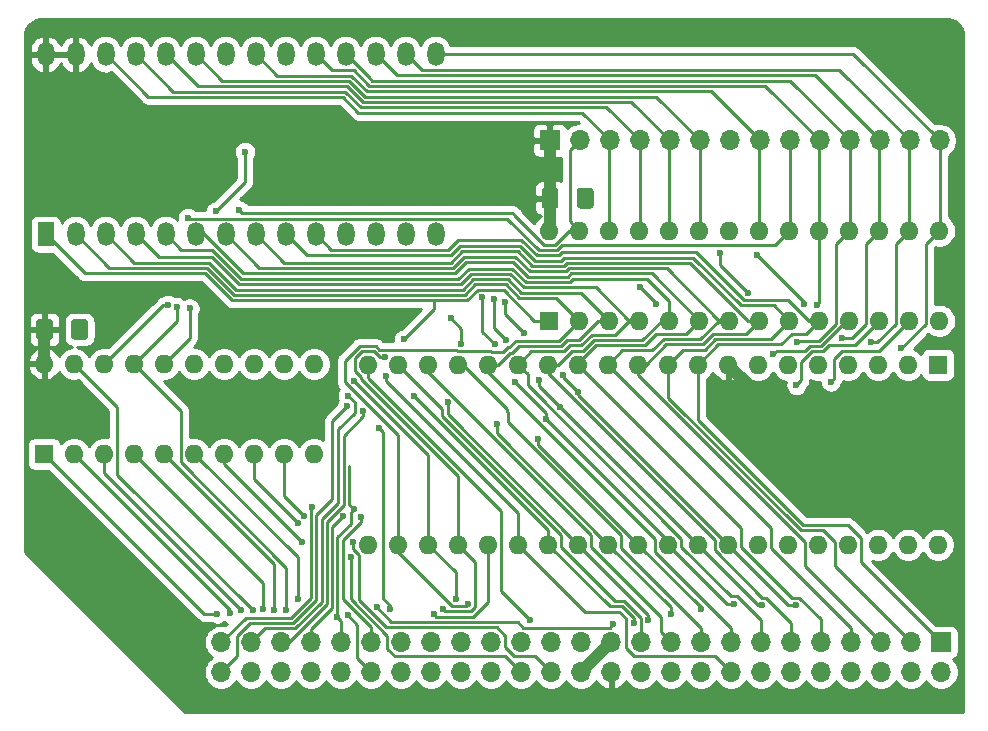
<source format=gbr>
G04 #@! TF.GenerationSoftware,KiCad,Pcbnew,(5.1.6-0-10_14)*
G04 #@! TF.CreationDate,2021-01-14T01:33:30+01:00*
G04 #@! TF.ProjectId,proc_board,70726f63-5f62-46f6-9172-642e6b696361,rev?*
G04 #@! TF.SameCoordinates,Original*
G04 #@! TF.FileFunction,Copper,L1,Top*
G04 #@! TF.FilePolarity,Positive*
%FSLAX46Y46*%
G04 Gerber Fmt 4.6, Leading zero omitted, Abs format (unit mm)*
G04 Created by KiCad (PCBNEW (5.1.6-0-10_14)) date 2021-01-14 01:33:30*
%MOMM*%
%LPD*%
G01*
G04 APERTURE LIST*
G04 #@! TA.AperFunction,ComponentPad*
%ADD10O,1.700000X1.700000*%
G04 #@! TD*
G04 #@! TA.AperFunction,ComponentPad*
%ADD11R,1.700000X1.700000*%
G04 #@! TD*
G04 #@! TA.AperFunction,ComponentPad*
%ADD12O,1.600000X1.600000*%
G04 #@! TD*
G04 #@! TA.AperFunction,ComponentPad*
%ADD13R,1.600000X1.600000*%
G04 #@! TD*
G04 #@! TA.AperFunction,ComponentPad*
%ADD14O,1.440000X2.000000*%
G04 #@! TD*
G04 #@! TA.AperFunction,ComponentPad*
%ADD15R,1.440000X2.000000*%
G04 #@! TD*
G04 #@! TA.AperFunction,ViaPad*
%ADD16C,0.600000*%
G04 #@! TD*
G04 #@! TA.AperFunction,ViaPad*
%ADD17C,0.800000*%
G04 #@! TD*
G04 #@! TA.AperFunction,Conductor*
%ADD18C,0.250000*%
G04 #@! TD*
G04 #@! TA.AperFunction,Conductor*
%ADD19C,1.000000*%
G04 #@! TD*
G04 #@! TA.AperFunction,Conductor*
%ADD20C,0.254000*%
G04 #@! TD*
G04 APERTURE END LIST*
D10*
G04 #@! TO.P,REF\u002A\u002A,14*
G04 #@! TO.N,D3*
X78105000Y49085500D03*
G04 #@! TO.P,REF\u002A\u002A,13*
G04 #@! TO.N,D4*
X75565000Y49085500D03*
G04 #@! TO.P,REF\u002A\u002A,12*
G04 #@! TO.N,D5*
X73025000Y49085500D03*
G04 #@! TO.P,REF\u002A\u002A,11*
G04 #@! TO.N,D6*
X70485000Y49085500D03*
G04 #@! TO.P,REF\u002A\u002A,10*
G04 #@! TO.N,D7*
X67945000Y49085500D03*
G04 #@! TO.P,REF\u002A\u002A,9*
G04 #@! TO.N,~RAM_CS~*
X65405000Y49085500D03*
G04 #@! TO.P,REF\u002A\u002A,8*
G04 #@! TO.N,A10*
X62865000Y49085500D03*
G04 #@! TO.P,REF\u002A\u002A,7*
G04 #@! TO.N,GND*
X60325000Y49085500D03*
G04 #@! TO.P,REF\u002A\u002A,6*
G04 #@! TO.N,A11*
X57785000Y49085500D03*
G04 #@! TO.P,REF\u002A\u002A,5*
G04 #@! TO.N,A9*
X55245000Y49085500D03*
G04 #@! TO.P,REF\u002A\u002A,4*
G04 #@! TO.N,A8*
X52705000Y49085500D03*
G04 #@! TO.P,REF\u002A\u002A,3*
G04 #@! TO.N,A13*
X50165000Y49085500D03*
G04 #@! TO.P,REF\u002A\u002A,2*
G04 #@! TO.N,~RAMW~*
X47625000Y49085500D03*
D11*
G04 #@! TO.P,REF\u002A\u002A,1*
G04 #@! TO.N,+5V*
X45085000Y49085500D03*
G04 #@! TD*
D12*
G04 #@! TO.P,U1,20*
G04 #@! TO.N,+5V*
X2286000Y30162500D03*
G04 #@! TO.P,U1,10*
G04 #@! TO.N,GND*
X25146000Y22542500D03*
G04 #@! TO.P,U1,19*
G04 #@! TO.N,~IRQ~*
X4826000Y30162500D03*
G04 #@! TO.P,U1,9*
G04 #@! TO.N,A15*
X22606000Y22542500D03*
G04 #@! TO.P,U1,18*
G04 #@! TO.N,~RAM_CS~*
X7366000Y30162500D03*
G04 #@! TO.P,U1,8*
G04 #@! TO.N,~SSEL~*
X20066000Y22542500D03*
G04 #@! TO.P,U1,17*
G04 #@! TO.N,~ROM_CS~*
X9906000Y30162500D03*
G04 #@! TO.P,U1,7*
G04 #@! TO.N,~INH~*
X17526000Y22542500D03*
G04 #@! TO.P,U1,16*
G04 #@! TO.N,~RAMW~*
X12446000Y30162500D03*
G04 #@! TO.P,U1,6*
G04 #@! TO.N,~IRQ5~*
X14986000Y22542500D03*
G04 #@! TO.P,U1,15*
G04 #@! TO.N,Net-(U1-Pad15)*
X14986000Y30162500D03*
G04 #@! TO.P,U1,5*
G04 #@! TO.N,~IRQ4~*
X12446000Y22542500D03*
G04 #@! TO.P,U1,14*
G04 #@! TO.N,Net-(U1-Pad14)*
X17526000Y30162500D03*
G04 #@! TO.P,U1,4*
G04 #@! TO.N,~IRQ3~*
X9906000Y22542500D03*
G04 #@! TO.P,U1,13*
G04 #@! TO.N,Net-(U1-Pad13)*
X20066000Y30162500D03*
G04 #@! TO.P,U1,3*
G04 #@! TO.N,~IRQ2~*
X7366000Y22542500D03*
G04 #@! TO.P,U1,12*
G04 #@! TO.N,Net-(U1-Pad12)*
X22606000Y30162500D03*
G04 #@! TO.P,U1,2*
G04 #@! TO.N,~IRQ1~*
X4826000Y22542500D03*
G04 #@! TO.P,U1,11*
G04 #@! TO.N,Net-(U1-Pad11)*
X25146000Y30162500D03*
D13*
G04 #@! TO.P,U1,1*
G04 #@! TO.N,CLK*
X2286000Y22542500D03*
G04 #@! TD*
G04 #@! TO.P,C4,2*
G04 #@! TO.N,+5V*
G04 #@! TA.AperFunction,SMDPad,CuDef*
G36*
G01*
X3035000Y33708500D02*
X3035000Y32458500D01*
G75*
G02*
X2785000Y32208500I-250000J0D01*
G01*
X1860000Y32208500D01*
G75*
G02*
X1610000Y32458500I0J250000D01*
G01*
X1610000Y33708500D01*
G75*
G02*
X1860000Y33958500I250000J0D01*
G01*
X2785000Y33958500D01*
G75*
G02*
X3035000Y33708500I0J-250000D01*
G01*
G37*
G04 #@! TD.AperFunction*
G04 #@! TO.P,C4,1*
G04 #@! TO.N,GND*
G04 #@! TA.AperFunction,SMDPad,CuDef*
G36*
G01*
X6010000Y33708500D02*
X6010000Y32458500D01*
G75*
G02*
X5760000Y32208500I-250000J0D01*
G01*
X4835000Y32208500D01*
G75*
G02*
X4585000Y32458500I0J250000D01*
G01*
X4585000Y33708500D01*
G75*
G02*
X4835000Y33958500I250000J0D01*
G01*
X5760000Y33958500D01*
G75*
G02*
X6010000Y33708500I0J-250000D01*
G01*
G37*
G04 #@! TD.AperFunction*
G04 #@! TD*
D14*
G04 #@! TO.P,U4,15*
G04 #@! TO.N,D3*
X35433000Y56388000D03*
G04 #@! TO.P,U4,14*
G04 #@! TO.N,GND*
X35433000Y41148000D03*
G04 #@! TO.P,U4,16*
G04 #@! TO.N,D4*
X32893000Y56388000D03*
G04 #@! TO.P,U4,13*
G04 #@! TO.N,D2*
X32893000Y41148000D03*
G04 #@! TO.P,U4,17*
G04 #@! TO.N,D5*
X30353000Y56388000D03*
G04 #@! TO.P,U4,12*
G04 #@! TO.N,D1*
X30353000Y41148000D03*
G04 #@! TO.P,U4,18*
G04 #@! TO.N,D6*
X27813000Y56388000D03*
G04 #@! TO.P,U4,11*
G04 #@! TO.N,D0*
X27813000Y41148000D03*
G04 #@! TO.P,U4,19*
G04 #@! TO.N,D7*
X25273000Y56388000D03*
G04 #@! TO.P,U4,10*
G04 #@! TO.N,A0*
X25273000Y41148000D03*
G04 #@! TO.P,U4,20*
G04 #@! TO.N,GND*
X22733000Y56388000D03*
G04 #@! TO.P,U4,9*
G04 #@! TO.N,A1*
X22733000Y41148000D03*
G04 #@! TO.P,U4,21*
G04 #@! TO.N,A10*
X20193000Y56388000D03*
G04 #@! TO.P,U4,8*
G04 #@! TO.N,A2*
X20193000Y41148000D03*
G04 #@! TO.P,U4,22*
G04 #@! TO.N,~ROM_CS~*
X17653000Y56388000D03*
G04 #@! TO.P,U4,7*
G04 #@! TO.N,A3*
X17653000Y41148000D03*
G04 #@! TO.P,U4,23*
G04 #@! TO.N,A11*
X15113000Y56388000D03*
G04 #@! TO.P,U4,6*
G04 #@! TO.N,A4*
X15113000Y41148000D03*
G04 #@! TO.P,U4,24*
G04 #@! TO.N,A9*
X12573000Y56388000D03*
G04 #@! TO.P,U4,5*
G04 #@! TO.N,A5*
X12573000Y41148000D03*
G04 #@! TO.P,U4,25*
G04 #@! TO.N,A8*
X10033000Y56388000D03*
G04 #@! TO.P,U4,4*
G04 #@! TO.N,A6*
X10033000Y41148000D03*
G04 #@! TO.P,U4,26*
G04 #@! TO.N,A13*
X7493000Y56388000D03*
G04 #@! TO.P,U4,3*
G04 #@! TO.N,A7*
X7493000Y41148000D03*
G04 #@! TO.P,U4,27*
G04 #@! TO.N,+5V*
X4953000Y56388000D03*
G04 #@! TO.P,U4,2*
G04 #@! TO.N,A12*
X4953000Y41148000D03*
G04 #@! TO.P,U4,28*
G04 #@! TO.N,+5V*
X2413000Y56388000D03*
D15*
G04 #@! TO.P,U4,1*
G04 #@! TO.N,A14*
X2413000Y41148000D03*
G04 #@! TD*
D12*
G04 #@! TO.P,U3,28*
G04 #@! TO.N,+5V*
X45059001Y41453001D03*
G04 #@! TO.P,U3,14*
G04 #@! TO.N,GND*
X78079001Y33833001D03*
G04 #@! TO.P,U3,27*
G04 #@! TO.N,~RAMW~*
X47599001Y41453001D03*
G04 #@! TO.P,U3,13*
G04 #@! TO.N,D2*
X75539001Y33833001D03*
G04 #@! TO.P,U3,26*
G04 #@! TO.N,A13*
X50139001Y41453001D03*
G04 #@! TO.P,U3,12*
G04 #@! TO.N,D1*
X72999001Y33833001D03*
G04 #@! TO.P,U3,25*
G04 #@! TO.N,A8*
X52679001Y41453001D03*
G04 #@! TO.P,U3,11*
G04 #@! TO.N,D0*
X70459001Y33833001D03*
G04 #@! TO.P,U3,24*
G04 #@! TO.N,A9*
X55219001Y41453001D03*
G04 #@! TO.P,U3,10*
G04 #@! TO.N,A0*
X67919001Y33833001D03*
G04 #@! TO.P,U3,23*
G04 #@! TO.N,A11*
X57759001Y41453001D03*
G04 #@! TO.P,U3,9*
G04 #@! TO.N,A1*
X65379001Y33833001D03*
G04 #@! TO.P,U3,22*
G04 #@! TO.N,GND*
X60299001Y41453001D03*
G04 #@! TO.P,U3,8*
G04 #@! TO.N,A2*
X62839001Y33833001D03*
G04 #@! TO.P,U3,21*
G04 #@! TO.N,A10*
X62839001Y41453001D03*
G04 #@! TO.P,U3,7*
G04 #@! TO.N,A3*
X60299001Y33833001D03*
G04 #@! TO.P,U3,20*
G04 #@! TO.N,~RAM_CS~*
X65379001Y41453001D03*
G04 #@! TO.P,U3,6*
G04 #@! TO.N,A4*
X57759001Y33833001D03*
G04 #@! TO.P,U3,19*
G04 #@! TO.N,D7*
X67919001Y41453001D03*
G04 #@! TO.P,U3,5*
G04 #@! TO.N,A5*
X55219001Y33833001D03*
G04 #@! TO.P,U3,18*
G04 #@! TO.N,D6*
X70459001Y41453001D03*
G04 #@! TO.P,U3,4*
G04 #@! TO.N,A6*
X52679001Y33833001D03*
G04 #@! TO.P,U3,17*
G04 #@! TO.N,D5*
X72999001Y41453001D03*
G04 #@! TO.P,U3,3*
G04 #@! TO.N,A7*
X50139001Y33833001D03*
G04 #@! TO.P,U3,16*
G04 #@! TO.N,D4*
X75539001Y41453001D03*
G04 #@! TO.P,U3,2*
G04 #@! TO.N,A12*
X47599001Y33833001D03*
G04 #@! TO.P,U3,15*
G04 #@! TO.N,D3*
X78079001Y41453001D03*
D13*
G04 #@! TO.P,U3,1*
G04 #@! TO.N,A14*
X45059001Y33833001D03*
G04 #@! TD*
G04 #@! TO.P,C1,2*
G04 #@! TO.N,+5V*
G04 #@! TA.AperFunction,SMDPad,CuDef*
G36*
G01*
X45834000Y44821000D02*
X45834000Y43571000D01*
G75*
G02*
X45584000Y43321000I-250000J0D01*
G01*
X44659000Y43321000D01*
G75*
G02*
X44409000Y43571000I0J250000D01*
G01*
X44409000Y44821000D01*
G75*
G02*
X44659000Y45071000I250000J0D01*
G01*
X45584000Y45071000D01*
G75*
G02*
X45834000Y44821000I0J-250000D01*
G01*
G37*
G04 #@! TD.AperFunction*
G04 #@! TO.P,C1,1*
G04 #@! TO.N,GND*
G04 #@! TA.AperFunction,SMDPad,CuDef*
G36*
G01*
X48809000Y44821000D02*
X48809000Y43571000D01*
G75*
G02*
X48559000Y43321000I-250000J0D01*
G01*
X47634000Y43321000D01*
G75*
G02*
X47384000Y43571000I0J250000D01*
G01*
X47384000Y44821000D01*
G75*
G02*
X47634000Y45071000I250000J0D01*
G01*
X48559000Y45071000D01*
G75*
G02*
X48809000Y44821000I0J-250000D01*
G01*
G37*
G04 #@! TD.AperFunction*
G04 #@! TD*
D12*
G04 #@! TO.P,U2,40*
G04 #@! TO.N,~RESET~*
X77978000Y14859000D03*
G04 #@! TO.P,U2,20*
G04 #@! TO.N,A11*
X29718000Y30099000D03*
G04 #@! TO.P,U2,39*
G04 #@! TO.N,Net-(U2-Pad39)*
X75438000Y14859000D03*
G04 #@! TO.P,U2,19*
G04 #@! TO.N,A10*
X32258000Y30099000D03*
G04 #@! TO.P,U2,38*
G04 #@! TO.N,Net-(U2-Pad38)*
X72898000Y14859000D03*
G04 #@! TO.P,U2,18*
G04 #@! TO.N,A9*
X34798000Y30099000D03*
G04 #@! TO.P,U2,37*
G04 #@! TO.N,CLK*
X70358000Y14859000D03*
G04 #@! TO.P,U2,17*
G04 #@! TO.N,A8*
X37338000Y30099000D03*
G04 #@! TO.P,U2,36*
G04 #@! TO.N,BE*
X67818000Y14859000D03*
G04 #@! TO.P,U2,16*
G04 #@! TO.N,A7*
X39878000Y30099000D03*
G04 #@! TO.P,U2,35*
G04 #@! TO.N,Net-(U2-Pad35)*
X65278000Y14859000D03*
G04 #@! TO.P,U2,15*
G04 #@! TO.N,A6*
X42418000Y30099000D03*
G04 #@! TO.P,U2,34*
G04 #@! TO.N,R~W~*
X62738000Y14859000D03*
G04 #@! TO.P,U2,14*
G04 #@! TO.N,A5*
X44958000Y30099000D03*
G04 #@! TO.P,U2,33*
G04 #@! TO.N,D0*
X60198000Y14859000D03*
G04 #@! TO.P,U2,13*
G04 #@! TO.N,A4*
X47498000Y30099000D03*
G04 #@! TO.P,U2,32*
G04 #@! TO.N,D1*
X57658000Y14859000D03*
G04 #@! TO.P,U2,12*
G04 #@! TO.N,A3*
X50038000Y30099000D03*
G04 #@! TO.P,U2,31*
G04 #@! TO.N,D2*
X55118000Y14859000D03*
G04 #@! TO.P,U2,11*
G04 #@! TO.N,A2*
X52578000Y30099000D03*
G04 #@! TO.P,U2,30*
G04 #@! TO.N,D3*
X52578000Y14859000D03*
G04 #@! TO.P,U2,10*
G04 #@! TO.N,A1*
X55118000Y30099000D03*
G04 #@! TO.P,U2,29*
G04 #@! TO.N,D4*
X50038000Y14859000D03*
G04 #@! TO.P,U2,9*
G04 #@! TO.N,A0*
X57658000Y30099000D03*
G04 #@! TO.P,U2,28*
G04 #@! TO.N,D5*
X47498000Y14859000D03*
G04 #@! TO.P,U2,8*
G04 #@! TO.N,+5V*
X60198000Y30099000D03*
G04 #@! TO.P,U2,27*
G04 #@! TO.N,D6*
X44958000Y14859000D03*
G04 #@! TO.P,U2,7*
G04 #@! TO.N,SYNC*
X62738000Y30099000D03*
G04 #@! TO.P,U2,26*
G04 #@! TO.N,D7*
X42418000Y14859000D03*
G04 #@! TO.P,U2,6*
G04 #@! TO.N,~NMI~*
X65278000Y30099000D03*
G04 #@! TO.P,U2,25*
G04 #@! TO.N,A15*
X39878000Y14859000D03*
G04 #@! TO.P,U2,5*
G04 #@! TO.N,Net-(U2-Pad5)*
X67818000Y30099000D03*
G04 #@! TO.P,U2,24*
G04 #@! TO.N,A14*
X37338000Y14859000D03*
G04 #@! TO.P,U2,4*
G04 #@! TO.N,~IRQ~*
X70358000Y30099000D03*
G04 #@! TO.P,U2,23*
G04 #@! TO.N,A13*
X34798000Y14859000D03*
G04 #@! TO.P,U2,3*
G04 #@! TO.N,Net-(U2-Pad3)*
X72898000Y30099000D03*
G04 #@! TO.P,U2,22*
G04 #@! TO.N,A12*
X32258000Y14859000D03*
G04 #@! TO.P,U2,2*
G04 #@! TO.N,RDY*
X75438000Y30099000D03*
G04 #@! TO.P,U2,21*
G04 #@! TO.N,GND*
X29718000Y14859000D03*
D13*
G04 #@! TO.P,U2,1*
G04 #@! TO.N,Net-(U2-Pad1)*
X77978000Y30099000D03*
G04 #@! TD*
D10*
G04 #@! TO.P,J1,50*
G04 #@! TO.N,~NMI~*
X17272000Y4064000D03*
G04 #@! TO.P,J1,49*
G04 #@! TO.N,~RESET~*
X17272000Y6604000D03*
G04 #@! TO.P,J1,48*
G04 #@! TO.N,~IRQ1~*
X19812000Y4064000D03*
G04 #@! TO.P,J1,47*
G04 #@! TO.N,SYNC*
X19812000Y6604000D03*
G04 #@! TO.P,J1,46*
G04 #@! TO.N,~IRQ2~*
X22352000Y4064000D03*
G04 #@! TO.P,J1,45*
G04 #@! TO.N,~IRQ~*
X22352000Y6604000D03*
G04 #@! TO.P,J1,44*
G04 #@! TO.N,~IRQ3~*
X24892000Y4064000D03*
G04 #@! TO.P,J1,43*
G04 #@! TO.N,R~W~*
X24892000Y6604000D03*
G04 #@! TO.P,J1,42*
G04 #@! TO.N,~IRQ4~*
X27432000Y4064000D03*
G04 #@! TO.P,J1,41*
G04 #@! TO.N,CLK*
X27432000Y6604000D03*
G04 #@! TO.P,J1,40*
G04 #@! TO.N,~IRQ5~*
X29972000Y4064000D03*
G04 #@! TO.P,J1,39*
G04 #@! TO.N,BE*
X29972000Y6604000D03*
G04 #@! TO.P,J1,38*
G04 #@! TO.N,LED3*
X32512000Y4064000D03*
G04 #@! TO.P,J1,37*
G04 #@! TO.N,RDY*
X32512000Y6604000D03*
G04 #@! TO.P,J1,36*
G04 #@! TO.N,LED2*
X35052000Y4064000D03*
G04 #@! TO.P,J1,35*
G04 #@! TO.N,A15*
X35052000Y6604000D03*
G04 #@! TO.P,J1,34*
G04 #@! TO.N,LED1*
X37592000Y4064000D03*
G04 #@! TO.P,J1,33*
G04 #@! TO.N,A14*
X37592000Y6604000D03*
G04 #@! TO.P,J1,32*
G04 #@! TO.N,Net-(J1-Pad32)*
X40132000Y4064000D03*
G04 #@! TO.P,J1,31*
G04 #@! TO.N,A13*
X40132000Y6604000D03*
G04 #@! TO.P,J1,30*
G04 #@! TO.N,~INH~*
X42672000Y4064000D03*
G04 #@! TO.P,J1,29*
G04 #@! TO.N,A12*
X42672000Y6604000D03*
G04 #@! TO.P,J1,28*
G04 #@! TO.N,~SSEL~*
X45212000Y4064000D03*
G04 #@! TO.P,J1,27*
G04 #@! TO.N,A11*
X45212000Y6604000D03*
G04 #@! TO.P,J1,26*
G04 #@! TO.N,GND*
X47752000Y4064000D03*
G04 #@! TO.P,J1,25*
G04 #@! TO.N,+5V*
X47752000Y6604000D03*
G04 #@! TO.P,J1,24*
X50292000Y4064000D03*
G04 #@! TO.P,J1,23*
G04 #@! TO.N,GND*
X50292000Y6604000D03*
G04 #@! TO.P,J1,22*
G04 #@! TO.N,~ROM_CS~*
X52832000Y4064000D03*
G04 #@! TO.P,J1,21*
G04 #@! TO.N,A10*
X52832000Y6604000D03*
G04 #@! TO.P,J1,20*
G04 #@! TO.N,EX1*
X55372000Y4064000D03*
G04 #@! TO.P,J1,19*
G04 #@! TO.N,A9*
X55372000Y6604000D03*
G04 #@! TO.P,J1,18*
G04 #@! TO.N,EX0*
X57912000Y4064000D03*
G04 #@! TO.P,J1,17*
G04 #@! TO.N,A8*
X57912000Y6604000D03*
G04 #@! TO.P,J1,16*
G04 #@! TO.N,D7*
X60452000Y4064000D03*
G04 #@! TO.P,J1,15*
G04 #@! TO.N,A7*
X60452000Y6604000D03*
G04 #@! TO.P,J1,14*
G04 #@! TO.N,D6*
X62992000Y4064000D03*
G04 #@! TO.P,J1,13*
G04 #@! TO.N,A6*
X62992000Y6604000D03*
G04 #@! TO.P,J1,12*
G04 #@! TO.N,D5*
X65532000Y4064000D03*
G04 #@! TO.P,J1,11*
G04 #@! TO.N,A5*
X65532000Y6604000D03*
G04 #@! TO.P,J1,10*
G04 #@! TO.N,D4*
X68072000Y4064000D03*
G04 #@! TO.P,J1,9*
G04 #@! TO.N,A4*
X68072000Y6604000D03*
G04 #@! TO.P,J1,8*
G04 #@! TO.N,D3*
X70612000Y4064000D03*
G04 #@! TO.P,J1,7*
G04 #@! TO.N,A3*
X70612000Y6604000D03*
G04 #@! TO.P,J1,6*
G04 #@! TO.N,D2*
X73152000Y4064000D03*
G04 #@! TO.P,J1,5*
G04 #@! TO.N,A2*
X73152000Y6604000D03*
G04 #@! TO.P,J1,4*
G04 #@! TO.N,D1*
X75692000Y4064000D03*
G04 #@! TO.P,J1,3*
G04 #@! TO.N,A1*
X75692000Y6604000D03*
G04 #@! TO.P,J1,2*
G04 #@! TO.N,D0*
X78232000Y4064000D03*
D11*
G04 #@! TO.P,J1,1*
G04 #@! TO.N,A0*
X78232000Y6604000D03*
G04 #@! TD*
D16*
G04 #@! TO.N,RDY*
X30673052Y24704050D03*
X31559500Y9398000D03*
G04 #@! TO.N,A15*
X24255968Y17323484D03*
X35306000Y8953500D03*
G04 #@! TO.N,A14*
X32766000Y32258000D03*
X31115000Y30734000D03*
X36071011Y9398008D03*
G04 #@! TO.N,A13*
X28519995Y28724406D03*
X37147500Y10287000D03*
G04 #@! TO.N,A12*
X38163500Y9842500D03*
G04 #@! TO.N,A11*
X61849000Y36195000D03*
X59499500Y39560500D03*
X43434000Y8509000D03*
D17*
G04 #@! TO.N,GND*
X5270500Y33083500D03*
X48133000Y44196000D03*
G04 #@! TO.N,+5V*
X62103000Y22987000D03*
D16*
G04 #@! TO.N,A10*
X66603677Y35205715D03*
X62611000Y39370000D03*
G04 #@! TO.N,A9*
X36703000Y34036000D03*
X37592000Y31875968D03*
G04 #@! TO.N,A8*
X52705000Y36703000D03*
X54102000Y35246979D03*
G04 #@! TO.N,D7*
X67691000Y35179000D03*
X31231271Y29142021D03*
G04 #@! TO.N,D6*
X52197000Y8255000D03*
X66040000Y32004000D03*
X33626133Y27430968D03*
G04 #@! TO.N,D5*
X53447012Y8461966D03*
X69850000Y32385000D03*
X36449000Y26924000D03*
G04 #@! TO.N,D4*
X55334746Y8949021D03*
X72263000Y32004000D03*
X40596181Y25060867D03*
G04 #@! TO.N,D3*
X57874803Y9399032D03*
X74867002Y31496000D03*
X44130565Y23836061D03*
G04 #@! TO.N,D2*
X60700424Y9849043D03*
X68899944Y28646046D03*
X40453434Y31816434D03*
X39373794Y35810197D03*
X42175584Y28627324D03*
X44778137Y25514946D03*
G04 #@! TO.N,D1*
X63083943Y9754044D03*
X65990503Y28373265D03*
X44196000Y28829000D03*
X45976821Y26530948D03*
X40386000Y35687000D03*
X41373905Y32182941D03*
G04 #@! TO.N,D0*
X65921393Y9754044D03*
X64008000Y30988000D03*
X47484970Y27802251D03*
X46228000Y29210000D03*
X42944272Y32747728D03*
X41275000Y35433000D03*
G04 #@! TO.N,CLK*
X28511500Y17843500D03*
X16954500Y9017000D03*
X27117051Y8709490D03*
G04 #@! TO.N,BE*
X29082998Y17208500D03*
G04 #@! TO.N,SYNC*
X27993500Y27485502D03*
G04 #@! TO.N,R~W~*
X27622500Y17272000D03*
G04 #@! TO.N,~INH~*
X24130000Y15049500D03*
X28261864Y13789311D03*
G04 #@! TO.N,~NMI~*
X27949990Y26609051D03*
G04 #@! TO.N,~RESET~*
X25014251Y18012871D03*
G04 #@! TO.N,~IRQ1~*
X18034000Y9080500D03*
G04 #@! TO.N,~IRQ~*
X29280498Y26159497D03*
X19939000Y9334502D03*
G04 #@! TO.N,~IRQ2~*
X18986500Y9334500D03*
G04 #@! TO.N,~IRQ3~*
X20828000Y9398000D03*
G04 #@! TO.N,~SSEL~*
X28445874Y15126817D03*
X23748481Y16705037D03*
G04 #@! TO.N,~ROM_CS~*
X19304000Y48133000D03*
X16824054Y43098020D03*
X13555168Y34974655D03*
X22809183Y9316716D03*
X50482500Y8128000D03*
X30447110Y9555610D03*
G04 #@! TO.N,~RAM_CS~*
X14478000Y42545000D03*
X12763500Y35179000D03*
G04 #@! TO.N,~RAMW~*
X18796000Y43180000D03*
X14605000Y34861500D03*
G04 #@! TO.N,~IRQ4~*
X21746199Y9363699D03*
G04 #@! TO.N,~IRQ5~*
X28003500Y8890000D03*
X23749000Y10223500D03*
G04 #@! TD*
D18*
G04 #@! TO.N,RDY*
X30988000Y24389102D02*
X30988000Y10287000D01*
X30673052Y24704050D02*
X30988000Y24389102D01*
X31559500Y9715500D02*
X31559500Y9398000D01*
X30988000Y10287000D02*
X31559500Y9715500D01*
G04 #@! TO.N,A15*
X22606000Y22542500D02*
X22606000Y18973452D01*
X22606000Y18973452D02*
X24255968Y17323484D01*
X35497523Y8761977D02*
X35306000Y8953500D01*
X39878000Y9995587D02*
X38644390Y8761977D01*
X38644390Y8761977D02*
X35497523Y8761977D01*
X39878000Y14859000D02*
X39878000Y9995587D01*
G04 #@! TO.N,A14*
X32766000Y32258000D02*
X32766000Y32258000D01*
X35306000Y34798000D02*
X32766000Y32258000D01*
X38984645Y36439001D02*
X38105644Y35560000D01*
X43800001Y33833001D02*
X41194001Y36439001D01*
X41194001Y36439001D02*
X38984645Y36439001D01*
X45059001Y33833001D02*
X43800001Y33833001D01*
X35306000Y34798000D02*
X35306000Y35560000D01*
X38105644Y35560000D02*
X35306000Y35560000D01*
X5715000Y37846000D02*
X2413000Y41148000D01*
X15911002Y37846000D02*
X5715000Y37846000D01*
X18197002Y35560000D02*
X15911002Y37846000D01*
X35306000Y35560000D02*
X18197002Y35560000D01*
X31115000Y30734000D02*
X30690736Y30734000D01*
X29144996Y29024407D02*
X29144996Y28894004D01*
X30690736Y30734000D02*
X30182736Y31242000D01*
X28592999Y29576404D02*
X29144996Y29024407D01*
X30182736Y31242000D02*
X29210000Y31242000D01*
X29210000Y31242000D02*
X28592999Y30624999D01*
X28592999Y30624999D02*
X28592999Y29576404D01*
X29144996Y28894004D02*
X37338000Y20701000D01*
X37338000Y20701000D02*
X37338000Y14859000D01*
X38788501Y9542499D02*
X38457990Y9211988D01*
X36257031Y9211988D02*
X36071011Y9398008D01*
X38457990Y9211988D02*
X36257031Y9211988D01*
X38788501Y13408499D02*
X38788501Y9542499D01*
X37338000Y14859000D02*
X38788501Y13408499D01*
G04 #@! TO.N,A13*
X34798000Y14859000D02*
X34798000Y22446401D01*
X34798000Y22446401D02*
X28519995Y28724406D01*
X11112500Y52768500D02*
X7493000Y56388000D01*
X28892500Y51435000D02*
X27559000Y52768500D01*
X27559000Y52768500D02*
X11112500Y52768500D01*
X47815500Y51435000D02*
X28892500Y51435000D01*
X50165000Y49085500D02*
X47815500Y51435000D01*
X50139001Y49059501D02*
X50165000Y49085500D01*
X50139001Y41453001D02*
X50139001Y49059501D01*
X34798000Y14859000D02*
X37147500Y12509500D01*
X37147500Y12509500D02*
X37147500Y10287000D01*
G04 #@! TO.N,A12*
X37291998Y31250966D02*
X37164998Y31377966D01*
X41544454Y31576202D02*
X41159676Y31191424D01*
X41159676Y31191424D02*
X40152967Y31191424D01*
X29023600Y31692011D02*
X27755011Y30423422D01*
X32258000Y24146006D02*
X32258000Y14859000D01*
X41669781Y31576202D02*
X41544454Y31576202D01*
X27755011Y30423422D02*
X27755011Y28605491D01*
X45897000Y32131000D02*
X43252548Y32131000D01*
X43244274Y32122726D02*
X42216305Y32122726D01*
X47599001Y33833001D02*
X45897000Y32131000D01*
X28293503Y28110503D02*
X32258000Y24146006D01*
X43252548Y32131000D02*
X43244274Y32122726D01*
X30683181Y31377966D02*
X30369136Y31692011D01*
X37164998Y31377966D02*
X30683181Y31377966D01*
X27755011Y28605491D02*
X28249999Y28110503D01*
X28249999Y28110503D02*
X28293503Y28110503D01*
X40152967Y31191424D02*
X40093425Y31250966D01*
X30369136Y31692011D02*
X29023600Y31692011D01*
X42216305Y32122726D02*
X41669781Y31576202D01*
X40093425Y31250966D02*
X37291998Y31250966D01*
X45673112Y35758890D02*
X42510523Y35758890D01*
X18383402Y36010011D02*
X16097402Y38296011D01*
X42510523Y35758890D02*
X41380401Y36889012D01*
X47599001Y33833001D02*
X45673112Y35758890D01*
X37919244Y36010011D02*
X18383402Y36010011D01*
X7804989Y38296011D02*
X4953000Y41148000D01*
X16097402Y38296011D02*
X7804989Y38296011D01*
X41380401Y36889012D02*
X38798245Y36889012D01*
X38798245Y36889012D02*
X37919244Y36010011D01*
X37982999Y9661999D02*
X38163500Y9842500D01*
X32258000Y14859000D02*
X32258000Y14251498D01*
X36847499Y9661999D02*
X37982999Y9661999D01*
X32258000Y14251498D02*
X36847499Y9661999D01*
G04 #@! TO.N,A11*
X59499500Y38544500D02*
X59499500Y39560500D01*
X61849000Y36195000D02*
X59499500Y38544500D01*
X29718000Y28957410D02*
X41003001Y17672409D01*
X29718000Y30099000D02*
X29718000Y28957410D01*
X41003001Y17672409D02*
X41003001Y10939999D01*
X41003001Y10939999D02*
X43434000Y8509000D01*
X54085467Y52785033D02*
X57785000Y49085500D01*
X28118200Y54118533D02*
X29451700Y52785033D01*
X29451700Y52785033D02*
X54085467Y52785033D01*
X17382467Y54118533D02*
X28118200Y54118533D01*
X15113000Y56388000D02*
X17382467Y54118533D01*
X57785000Y41479000D02*
X57759001Y41453001D01*
X57785000Y49085500D02*
X57785000Y41479000D01*
D19*
G04 #@! TO.N,GND*
X50292000Y6604000D02*
X47752000Y4064000D01*
G04 #@! TO.N,+5V*
X45121500Y41515500D02*
X45059001Y41453001D01*
X45121500Y44196000D02*
X45121500Y41515500D01*
X62103000Y28194000D02*
X60198000Y30099000D01*
X62103000Y22987000D02*
X62103000Y22987000D01*
X62103000Y22987000D02*
X62103000Y28194000D01*
X45059001Y44258499D02*
X45121500Y44196000D01*
X2322500Y30199000D02*
X2286000Y30162500D01*
X2322500Y33083500D02*
X2322500Y30199000D01*
X45121500Y49049000D02*
X45085000Y49085500D01*
X45121500Y44196000D02*
X45121500Y49049000D01*
D18*
G04 #@! TO.N,A10*
X62611000Y39370000D02*
X66603677Y35377323D01*
X66603677Y35377323D02*
X66603677Y35205715D01*
X35998989Y25721600D02*
X35998989Y26358011D01*
X46083001Y14659001D02*
X46083001Y15637589D01*
X50645502Y10096500D02*
X46083001Y14659001D01*
X52822002Y8645998D02*
X51371500Y10096500D01*
X52832000Y6604000D02*
X52822002Y6613998D01*
X35998989Y26358011D02*
X32258000Y30099000D01*
X52822002Y6613998D02*
X52822002Y8645998D01*
X46083001Y15637589D02*
X35998989Y25721600D01*
X51371500Y10096500D02*
X50645502Y10096500D01*
X29638099Y53235044D02*
X58715456Y53235044D01*
X28304600Y54568544D02*
X29638099Y53235044D01*
X22012456Y54568544D02*
X28304600Y54568544D01*
X58715456Y53235044D02*
X62865000Y49085500D01*
X20193000Y56388000D02*
X22012456Y54568544D01*
X62839001Y49059501D02*
X62865000Y49085500D01*
X62839001Y41453001D02*
X62839001Y49059501D01*
G04 #@! TO.N,A9*
X37592000Y31875968D02*
X37592000Y33147000D01*
X37592000Y33147000D02*
X36703000Y34036000D01*
X48623001Y15637589D02*
X34798000Y29462590D01*
X54522001Y8765645D02*
X48623001Y14664645D01*
X34798000Y29462590D02*
X34798000Y30099000D01*
X48623001Y14664645D02*
X48623001Y15637589D01*
X54522001Y7453999D02*
X54522001Y8765645D01*
X55372000Y6604000D02*
X54522001Y7453999D01*
X51995478Y52335022D02*
X55245000Y49085500D01*
X29265300Y52335022D02*
X51995478Y52335022D01*
X27931800Y53668522D02*
X29265300Y52335022D01*
X15292478Y53668522D02*
X27931800Y53668522D01*
X12573000Y56388000D02*
X15292478Y53668522D01*
X55219001Y49059501D02*
X55245000Y49085500D01*
X55219001Y41453001D02*
X55219001Y49059501D01*
G04 #@! TO.N,A8*
X41532566Y26066829D02*
X41532566Y25268024D01*
X57912000Y7806081D02*
X57912000Y6604000D01*
X51163001Y14555080D02*
X57912000Y7806081D01*
X37747565Y30099000D02*
X41511387Y26335178D01*
X51163001Y15637589D02*
X51163001Y14555080D01*
X41511387Y26088008D02*
X41532566Y26066829D01*
X41532566Y25268024D02*
X51163001Y15637589D01*
X41511387Y26335178D02*
X41511387Y26088008D01*
X37338000Y30099000D02*
X37747565Y30099000D01*
X52705000Y36703000D02*
X52705000Y36703000D01*
X52705000Y36703000D02*
X54102000Y35306000D01*
X54102000Y35306000D02*
X54102000Y35246979D01*
X49905489Y51885011D02*
X52705000Y49085500D01*
X29078899Y51885011D02*
X49905489Y51885011D01*
X27745400Y53218511D02*
X29078899Y51885011D01*
X13202489Y53218511D02*
X27745400Y53218511D01*
X10033000Y56388000D02*
X13202489Y53218511D01*
X52705000Y41479000D02*
X52679001Y41453001D01*
X52705000Y49085500D02*
X52705000Y41479000D01*
G04 #@! TO.N,D7*
X67919001Y41453001D02*
X67919001Y35407001D01*
X67919001Y35407001D02*
X67691000Y35179000D01*
X31231271Y28717757D02*
X31231271Y29142021D01*
X42418000Y17531028D02*
X31231271Y28717757D01*
X42418000Y14859000D02*
X42418000Y17531028D01*
X50998702Y9196478D02*
X51562000Y8633180D01*
X42418000Y14859000D02*
X48080522Y9196478D01*
X52267999Y5428999D02*
X59087001Y5428999D01*
X51562000Y8633180D02*
X51562000Y6134998D01*
X51562000Y6134998D02*
X52267999Y5428999D01*
X48080522Y9196478D02*
X50998702Y9196478D01*
X59087001Y5428999D02*
X60452000Y4064000D01*
X29824500Y53685055D02*
X63345445Y53685055D01*
X63345445Y53685055D02*
X67945000Y49085500D01*
X28491000Y55018555D02*
X29824500Y53685055D01*
X26642445Y55018555D02*
X28491000Y55018555D01*
X25273000Y56388000D02*
X26642445Y55018555D01*
X67919001Y49059501D02*
X67945000Y49085500D01*
X67919001Y41453001D02*
X67919001Y49059501D01*
G04 #@! TO.N,A7*
X46083400Y31680989D02*
X46591400Y32188989D01*
X41730854Y31126191D02*
X41911346Y31126191D01*
X39878000Y30099000D02*
X40703663Y30099000D01*
X40703663Y30099000D02*
X41730854Y31126191D01*
X41911346Y31126191D02*
X42457870Y31672715D01*
X46591400Y32188989D02*
X47551757Y32188989D01*
X47551757Y32188989D02*
X49195769Y33833001D01*
X49195769Y33833001D02*
X50139001Y33833001D01*
X43438948Y31680989D02*
X46083400Y31680989D01*
X43430674Y31672715D02*
X43438948Y31680989D01*
X42457870Y31672715D02*
X43430674Y31672715D01*
X60452000Y7806081D02*
X53992999Y14265082D01*
X53992999Y14265082D02*
X53992999Y15375080D01*
X53992999Y15375080D02*
X39878000Y29490079D01*
X39878000Y29490079D02*
X39878000Y30099000D01*
X60452000Y6604000D02*
X60452000Y7806081D01*
X47763101Y36208901D02*
X50139001Y33833001D01*
X7493000Y41148000D02*
X9894978Y38746022D01*
X42696923Y36208901D02*
X47763101Y36208901D01*
X18569802Y36460022D02*
X37732844Y36460022D01*
X37732844Y36460022D02*
X38611844Y37339023D01*
X41566801Y37339023D02*
X42696923Y36208901D01*
X16283802Y38746022D02*
X18569802Y36460022D01*
X9894978Y38746022D02*
X16283802Y38746022D01*
X38611844Y37339023D02*
X41566801Y37339023D01*
G04 #@! TO.N,D6*
X66040000Y32004000D02*
X66040000Y32004000D01*
X44958000Y16099101D02*
X33626133Y27430968D01*
X44958000Y14859000D02*
X44958000Y16099101D01*
X67882002Y32131000D02*
X66167000Y32131000D01*
X69334000Y40328000D02*
X69334000Y33582998D01*
X66167000Y32131000D02*
X66040000Y32004000D01*
X69334000Y33582998D02*
X67882002Y32131000D01*
X70459001Y41453001D02*
X69334000Y40328000D01*
X29902989Y54298011D02*
X29781500Y54419500D01*
X29781500Y54419500D02*
X27813000Y56388000D01*
X51185101Y9646489D02*
X52197000Y8634590D01*
X52197000Y8634590D02*
X52197000Y8255000D01*
X50170511Y9646489D02*
X51185101Y9646489D01*
X44958000Y14859000D02*
X50170511Y9646489D01*
X30065934Y54135066D02*
X65435434Y54135066D01*
X65435434Y54135066D02*
X70485000Y49085500D01*
X29781500Y54419500D02*
X30065934Y54135066D01*
X70485000Y41479000D02*
X70459001Y41453001D01*
X70485000Y49085500D02*
X70485000Y41479000D01*
G04 #@! TO.N,A6*
X52679001Y33833001D02*
X51804003Y33833001D01*
X60427089Y10474045D02*
X60996469Y10474045D01*
X42418000Y30099000D02*
X43217999Y29299001D01*
X43217999Y28379098D02*
X56243001Y15354096D01*
X60996469Y10474045D02*
X62992000Y8478514D01*
X43217999Y29299001D02*
X43217999Y28379098D01*
X56243001Y15354096D02*
X56243001Y14658133D01*
X62992000Y8478514D02*
X62992000Y6604000D01*
X56243001Y14658133D02*
X60427089Y10474045D01*
X48649200Y32650022D02*
X47738157Y31738978D01*
X46777800Y31738978D02*
X46269800Y31230978D01*
X47738157Y31738978D02*
X46777800Y31738978D01*
X51804003Y33833001D02*
X50621024Y32650022D01*
X43549978Y31230978D02*
X42418000Y30099000D01*
X50621024Y32650022D02*
X48649200Y32650022D01*
X46269800Y31230978D02*
X43549978Y31230978D01*
X48978092Y36658912D02*
X51804003Y33833001D01*
X42883323Y36658912D02*
X48978092Y36658912D01*
X37546444Y36910033D02*
X38425445Y37789034D01*
X16470202Y39196033D02*
X18756202Y36910033D01*
X38425445Y37789034D02*
X41753201Y37789034D01*
X11984967Y39196033D02*
X16470202Y39196033D01*
X41753201Y37789034D02*
X42883323Y36658912D01*
X10033000Y41148000D02*
X11984967Y39196033D01*
X18756202Y36910033D02*
X37546444Y36910033D01*
G04 #@! TO.N,D5*
X71874000Y33582998D02*
X70676002Y32385000D01*
X71874000Y40328000D02*
X71874000Y33582998D01*
X70676002Y32385000D02*
X69850000Y32385000D01*
X72999001Y41453001D02*
X71874000Y40328000D01*
X69850000Y32385000D02*
X69850000Y32385000D01*
X36449000Y25908000D02*
X47498000Y14859000D01*
X36449000Y26924000D02*
X36449000Y25908000D01*
X53447012Y8909988D02*
X53447012Y8461966D01*
X47498000Y14859000D02*
X53447012Y8909988D01*
X67525423Y54585077D02*
X73025000Y49085500D01*
X32155923Y54585077D02*
X67525423Y54585077D01*
X30353000Y56388000D02*
X32155923Y54585077D01*
X72999001Y49059501D02*
X73025000Y49085500D01*
X72999001Y41453001D02*
X72999001Y49059501D01*
G04 #@! TO.N,A5*
X63062086Y10379046D02*
X59072999Y14368133D01*
X59072999Y15292308D02*
X44958000Y29407307D01*
X65532000Y6604000D02*
X65532000Y8230991D01*
X44958000Y29407307D02*
X44958000Y30099000D01*
X65532000Y8230991D02*
X63383945Y10379046D01*
X59072999Y14368133D02*
X59072999Y15292308D01*
X63383945Y10379046D02*
X63062086Y10379046D01*
X55219001Y33833001D02*
X54574008Y33833001D01*
X52941019Y32200012D02*
X48835601Y32200011D01*
X47924557Y31288967D02*
X46964200Y31288967D01*
X54574008Y33833001D02*
X52941019Y32200012D01*
X45774233Y30099000D02*
X44958000Y30099000D01*
X48835601Y32200011D02*
X47924557Y31288967D01*
X46964200Y31288967D02*
X45774233Y30099000D01*
X18538278Y37764368D02*
X18245323Y38057323D01*
X16467323Y39835323D02*
X18245323Y38057323D01*
X16454990Y39822990D02*
X16467323Y39835323D01*
X13898010Y39822990D02*
X16454990Y39822990D01*
X12573000Y41148000D02*
X13898010Y39822990D01*
X43069723Y37108923D02*
X41939601Y38239045D01*
X47094313Y37368434D02*
X46834802Y37108923D01*
X46834802Y37108923D02*
X43069723Y37108923D01*
X37360044Y37360044D02*
X18942602Y37360044D01*
X41939601Y38239045D02*
X38239044Y38239045D01*
X55219001Y35458999D02*
X53309566Y37368434D01*
X53309566Y37368434D02*
X47094313Y37368434D01*
X18942602Y37360044D02*
X18245323Y38057323D01*
X55219001Y33833001D02*
X55219001Y35458999D01*
X38239044Y38239045D02*
X37360044Y37360044D01*
G04 #@! TO.N,D4*
X74414000Y33582998D02*
X72835002Y32004000D01*
X74414000Y40328000D02*
X74414000Y33582998D01*
X75539001Y41453001D02*
X74414000Y40328000D01*
X72835002Y32004000D02*
X72263000Y32004000D01*
X72263000Y32004000D02*
X72263000Y32004000D01*
X50038000Y14859000D02*
X40596181Y24300819D01*
X40596181Y24300819D02*
X40596181Y25060867D01*
X32893000Y56388000D02*
X33845500Y55435500D01*
X33845500Y55435500D02*
X34018001Y55262999D01*
X50038000Y14859000D02*
X55334746Y9562254D01*
X55334746Y9562254D02*
X55334746Y8949021D01*
X69615412Y55035088D02*
X75565000Y49085500D01*
X34245912Y55035088D02*
X69615412Y55035088D01*
X33845500Y55435500D02*
X34245912Y55035088D01*
X75539001Y49059501D02*
X75565000Y49085500D01*
X75539001Y41453001D02*
X75539001Y49059501D01*
G04 #@! TO.N,A4*
X65621391Y10379046D02*
X66221395Y10379046D01*
X61323001Y16273999D02*
X61323001Y14677436D01*
X61323001Y14677436D02*
X65621391Y10379046D01*
X66221395Y10379046D02*
X68072000Y8528441D01*
X68072000Y8528441D02*
X68072000Y6604000D01*
X47498000Y30099000D02*
X61323001Y16273999D01*
X56634000Y32708000D02*
X57759001Y33833001D01*
X54085417Y32708000D02*
X56634000Y32708000D01*
X49022001Y31750001D02*
X53127418Y31750001D01*
X53127418Y31750001D02*
X54085417Y32708000D01*
X47498000Y30226000D02*
X49022001Y31750001D01*
X47498000Y30099000D02*
X47498000Y30226000D01*
X43256123Y37558934D02*
X46648402Y37558934D01*
X15113000Y41148000D02*
X15791057Y41148000D01*
X46907913Y37818445D02*
X53773557Y37818445D01*
X46648402Y37558934D02*
X46907913Y37818445D01*
X15791057Y41148000D02*
X19093057Y37846000D01*
X37089642Y37846000D02*
X38047651Y38804009D01*
X53773557Y37818445D02*
X57759001Y33833001D01*
X38047651Y38804009D02*
X42011048Y38804009D01*
X42011048Y38804009D02*
X43256123Y37558934D01*
X19093057Y37846000D02*
X37089642Y37846000D01*
G04 #@! TO.N,D3*
X52578000Y14859000D02*
X57874803Y9562197D01*
X57874803Y9562197D02*
X57874803Y9399032D01*
X76954000Y40328000D02*
X76954000Y33582998D01*
X76954000Y33582998D02*
X74867002Y31496000D01*
X78079001Y41453001D02*
X76954000Y40328000D01*
X74867002Y31496000D02*
X74867002Y31496000D01*
X44130565Y23306435D02*
X44130565Y23836061D01*
X52578000Y14859000D02*
X44130565Y23306435D01*
X70802500Y56388000D02*
X78105000Y49085500D01*
X35433000Y56388000D02*
X70802500Y56388000D01*
X78105000Y41479000D02*
X78079001Y41453001D01*
X78105000Y49085500D02*
X78105000Y41479000D01*
G04 #@! TO.N,A3*
X70612000Y6604000D02*
X70612000Y7806081D01*
X63863001Y16273999D02*
X50038000Y30099000D01*
X70612000Y7806081D02*
X63863001Y14555080D01*
X63863001Y14555080D02*
X63863001Y16273999D01*
X60299001Y33833001D02*
X59424003Y33833001D01*
X51238990Y31299990D02*
X50038000Y30099000D01*
X53791401Y31299990D02*
X51238990Y31299990D01*
X59424003Y33833001D02*
X57848991Y32257989D01*
X57848991Y32257989D02*
X54749400Y32257989D01*
X54749400Y32257989D02*
X53791401Y31299990D01*
X46462002Y38008945D02*
X46721513Y38268456D01*
X36903242Y38296011D02*
X37861251Y39254020D01*
X42197448Y39254020D02*
X43442523Y38008945D01*
X17653000Y41148000D02*
X20504989Y38296011D01*
X37861251Y39254020D02*
X42197448Y39254020D01*
X43442523Y38008945D02*
X46462002Y38008945D01*
X46721513Y38268456D02*
X54988548Y38268456D01*
X54988548Y38268456D02*
X59424003Y33833001D01*
X20504989Y38296011D02*
X36903242Y38296011D01*
G04 #@! TO.N,D2*
X60127957Y9849043D02*
X60700424Y9849043D01*
X55118000Y14859000D02*
X60127957Y9849043D01*
X69199943Y28946045D02*
X68899944Y28646046D01*
X69860998Y31267000D02*
X69199943Y30605945D01*
X72973000Y31267000D02*
X69860998Y31267000D01*
X75539001Y33833001D02*
X72973000Y31267000D01*
X69199943Y30605945D02*
X69199943Y28946045D01*
X40386000Y31877000D02*
X40386000Y31877000D01*
X39373794Y32896074D02*
X39373794Y35810197D01*
X40453434Y31816434D02*
X39373794Y32896074D01*
X44778137Y26024771D02*
X44778137Y25514946D01*
X55118000Y15175083D02*
X45078136Y25214947D01*
X45078136Y25214947D02*
X44778137Y25514946D01*
X55118000Y14859000D02*
X55118000Y15175083D01*
X42175584Y28627324D02*
X44778137Y26024771D01*
G04 #@! TO.N,A2*
X52578000Y30099000D02*
X52578000Y29207178D01*
X66692999Y13063001D02*
X73152000Y6604000D01*
X52578000Y29207178D02*
X66692999Y15092179D01*
X66692999Y15092179D02*
X66692999Y13063001D01*
X58035390Y31807978D02*
X54935800Y31807978D01*
X62839001Y33833001D02*
X61714000Y32708000D01*
X61714000Y32708000D02*
X58935412Y32708000D01*
X54935800Y31807978D02*
X53226822Y30099000D01*
X58935412Y32708000D02*
X58035390Y31807978D01*
X53226822Y30099000D02*
X52578000Y30099000D01*
X43628923Y38458956D02*
X42383848Y39704031D01*
X62839001Y33833001D02*
X61903472Y33833001D01*
X61903472Y33833001D02*
X57018006Y38718467D01*
X46275602Y38458956D02*
X43628923Y38458956D01*
X22594978Y38746022D02*
X20193000Y41148000D01*
X42383848Y39704031D02*
X37674851Y39704031D01*
X37674851Y39704031D02*
X36716842Y38746022D01*
X36716842Y38746022D02*
X22594978Y38746022D01*
X46535113Y38718467D02*
X46275602Y38458956D01*
X57018006Y38718467D02*
X46535113Y38718467D01*
G04 #@! TO.N,D1*
X62762956Y9754044D02*
X63083943Y9754044D01*
X57658000Y14859000D02*
X62762956Y9754044D01*
X66040000Y28575000D02*
X66040000Y28575000D01*
X67284976Y31230978D02*
X66403001Y30349003D01*
X66403001Y28785763D02*
X65990503Y28373265D01*
X68254802Y31230978D02*
X67284976Y31230978D01*
X70904980Y31738980D02*
X68762804Y31738980D01*
X66403001Y30349003D02*
X66403001Y28785763D01*
X68762804Y31738980D02*
X68254802Y31230978D01*
X72999001Y33833001D02*
X70904980Y31738980D01*
X57658000Y14859000D02*
X45986052Y26530948D01*
X44196000Y28311769D02*
X45976821Y26530948D01*
X44196000Y28829000D02*
X44196000Y28311769D01*
X45986052Y26530948D02*
X45976821Y26530948D01*
X40386000Y33170846D02*
X41373905Y32182941D01*
X40386000Y35687000D02*
X40386000Y33170846D01*
G04 #@! TO.N,A1*
X69232999Y13063001D02*
X69232999Y15093590D01*
X75692000Y6604000D02*
X69232999Y13063001D01*
X68266600Y16059989D02*
X66361600Y16059989D01*
X69232999Y15093590D02*
X68266600Y16059989D01*
X55118000Y27303589D02*
X55118000Y30099000D01*
X66361600Y16059989D02*
X55118000Y27303589D01*
X59121813Y32257989D02*
X58221791Y31357967D01*
X63803989Y32257989D02*
X59121813Y32257989D01*
X65379001Y33833001D02*
X63803989Y32257989D01*
X58221791Y31357967D02*
X56376967Y31357967D01*
X56376967Y31357967D02*
X55118000Y30099000D01*
X37488452Y40154042D02*
X42570248Y40154042D01*
X61252895Y35119988D02*
X64092014Y35119988D01*
X43815323Y38908967D02*
X46089202Y38908967D01*
X22733000Y41148000D02*
X24511000Y39370000D01*
X46089202Y38908967D02*
X46348713Y39168478D01*
X57204405Y39168478D02*
X61252895Y35119988D01*
X64092014Y35119988D02*
X65379001Y33833001D01*
X42570248Y40154042D02*
X43815323Y38908967D01*
X46348713Y39168478D02*
X57204405Y39168478D01*
X24511000Y39370000D02*
X36704410Y39370000D01*
X36704410Y39370000D02*
X37488452Y40154042D01*
G04 #@! TO.N,D0*
X65302956Y9754044D02*
X65921393Y9754044D01*
X60198000Y14859000D02*
X65302956Y9754044D01*
X64008000Y30988000D02*
X64008000Y30988000D01*
X64307999Y31287999D02*
X64008000Y30988000D01*
X70220414Y33833001D02*
X68068402Y31680989D01*
X68068402Y31680989D02*
X67098577Y31680989D01*
X66705587Y31287999D02*
X64307999Y31287999D01*
X70459001Y33833001D02*
X70220414Y33833001D01*
X67098577Y31680989D02*
X66705587Y31287999D01*
X42926000Y32766000D02*
X42926000Y32766000D01*
X47484970Y27572030D02*
X47484970Y27802251D01*
X60198000Y14859000D02*
X47484970Y27572030D01*
X46228000Y29059221D02*
X47484970Y27802251D01*
X46228000Y29210000D02*
X46228000Y29059221D01*
X41275000Y35433000D02*
X41275000Y34417000D01*
X41275000Y34417000D02*
X42944272Y32747728D01*
G04 #@! TO.N,A0*
X65599600Y32708011D02*
X64699567Y31807978D01*
X64699567Y31807978D02*
X59366978Y31807978D01*
X66794011Y32708011D02*
X65599600Y32708011D01*
X67919001Y33833001D02*
X66794011Y32708011D01*
X59366978Y31807978D02*
X57658000Y30099000D01*
X71483001Y15384999D02*
X71483001Y13352999D01*
X70358000Y16510000D02*
X71483001Y15384999D01*
X71483001Y13352999D02*
X78232000Y6604000D01*
X66548000Y16510000D02*
X70358000Y16510000D01*
X57658000Y25400000D02*
X66548000Y16510000D01*
X57658000Y30099000D02*
X57658000Y25400000D01*
X65305414Y35569999D02*
X61548997Y35569999D01*
X26598010Y39822990D02*
X25273000Y41148000D01*
X36520990Y39822990D02*
X26598010Y39822990D01*
X45902802Y39358978D02*
X44001722Y39358978D01*
X67919001Y33833001D02*
X67042412Y33833001D01*
X57500507Y39618489D02*
X46162313Y39618489D01*
X61548997Y35569999D02*
X57500507Y39618489D01*
X37362350Y40664350D02*
X36520990Y39822990D01*
X46162313Y39618489D02*
X45902802Y39358978D01*
X67042412Y33833001D02*
X65305414Y35569999D01*
X42696350Y40664350D02*
X37362350Y40664350D01*
X44001722Y39358978D02*
X42696350Y40664350D01*
G04 #@! TO.N,CLK*
X28130500Y18224500D02*
X28511500Y17843500D01*
X28130500Y21526500D02*
X28130500Y18224500D01*
X15811500Y9017000D02*
X2286000Y22542500D01*
X16954500Y9017000D02*
X15811500Y9017000D01*
X27432000Y6604000D02*
X27432000Y8394541D01*
X27131033Y8723472D02*
X27117051Y8709490D01*
X27432000Y8394541D02*
X27117051Y8709490D01*
X28247502Y16594315D02*
X27131033Y15477846D01*
X28247502Y17579502D02*
X28247502Y16594315D01*
X28511500Y17843500D02*
X28247502Y17579502D01*
X27131033Y15477846D02*
X27131033Y8723472D01*
G04 #@! TO.N,BE*
X27581044Y10264956D02*
X27581044Y15282282D01*
X29972000Y7874000D02*
X27581044Y10264956D01*
X29972000Y6604000D02*
X29972000Y7874000D01*
X27581044Y15282282D02*
X29082998Y16784236D01*
X29082998Y16784236D02*
X29082998Y17208500D01*
G04 #@! TO.N,SYNC*
X28575000Y26904002D02*
X28575000Y26035000D01*
X27178000Y24638000D02*
X27178000Y18415000D01*
X27993500Y27485502D02*
X28575000Y26904002D01*
X25781000Y9994174D02*
X23565827Y7779001D01*
X23565827Y7779001D02*
X20987001Y7779001D01*
X25781000Y17018000D02*
X25781000Y9994174D01*
X28575000Y26035000D02*
X27178000Y24638000D01*
X27178000Y18415000D02*
X25781000Y17018000D01*
X20987001Y7779001D02*
X19812000Y6604000D01*
G04 #@! TO.N,R~W~*
X26681022Y9536022D02*
X26681022Y16330522D01*
X26681022Y16330522D02*
X27622500Y17272000D01*
X24892000Y7747000D02*
X26681022Y9536022D01*
X24892000Y6604000D02*
X24892000Y7747000D01*
G04 #@! TO.N,~INH~*
X17526000Y21653500D02*
X17526000Y22542500D01*
X24130000Y15049500D02*
X17526000Y21653500D01*
X42672000Y4064000D02*
X41332411Y5403589D01*
X28261864Y10220546D02*
X28261864Y13789311D01*
X41332411Y5403589D02*
X31973409Y5403589D01*
X31973409Y5403589D02*
X31336999Y6039999D01*
X31336999Y6039999D02*
X31336999Y7145411D01*
X31336999Y7145411D02*
X28261864Y10220546D01*
G04 #@! TO.N,~NMI~*
X18636999Y5428999D02*
X18636999Y7106084D01*
X25330989Y10180574D02*
X25330989Y17331399D01*
X25330989Y17331399D02*
X26687501Y18687911D01*
X26687501Y18687911D02*
X26687501Y25346562D01*
X18636999Y7106084D02*
X19759927Y8229012D01*
X19759927Y8229012D02*
X23379427Y8229012D01*
X26687501Y25346562D02*
X27949990Y26609051D01*
X17272000Y4064000D02*
X18636999Y5428999D01*
X23379427Y8229012D02*
X25330989Y10180574D01*
G04 #@! TO.N,~RESET~*
X23193027Y8679023D02*
X24880978Y10366974D01*
X19347023Y8679023D02*
X23193027Y8679023D01*
X24880978Y10366974D02*
X24880978Y17879598D01*
X24880978Y17879598D02*
X25014251Y18012871D01*
X17272000Y6604000D02*
X19347023Y8679023D01*
G04 #@! TO.N,~IRQ1~*
X4826000Y22542500D02*
X18034000Y9334500D01*
X18034000Y9334500D02*
X18034000Y9080500D01*
G04 #@! TO.N,~IRQ~*
X8491001Y26497499D02*
X8491001Y20782501D01*
X8491001Y20782501D02*
X19939000Y9334502D01*
X4826000Y30162500D02*
X8491001Y26497499D01*
X26231011Y9807774D02*
X26231011Y16768100D01*
X23027237Y6604000D02*
X26231011Y9807774D01*
X27640001Y24094736D02*
X29280498Y25735233D01*
X27640001Y18177090D02*
X27640001Y24094736D01*
X22352000Y6604000D02*
X23027237Y6604000D01*
X26231011Y16768100D02*
X27640001Y18177090D01*
X29280498Y25735233D02*
X29280498Y26159497D01*
G04 #@! TO.N,~IRQ2~*
X7366000Y20955000D02*
X18986500Y9334500D01*
X7366000Y22542500D02*
X7366000Y20955000D01*
G04 #@! TO.N,~IRQ3~*
X20828000Y11620500D02*
X20828000Y9398000D01*
X9906000Y22542500D02*
X20828000Y11620500D01*
G04 #@! TO.N,Net-(J1-Pad32)*
X40132000Y4064000D02*
X39331002Y4064000D01*
G04 #@! TO.N,~SSEL~*
X20066000Y20387518D02*
X23748481Y16705037D01*
X20066000Y22542500D02*
X20066000Y20387518D01*
X41307001Y7168001D02*
X40613047Y7861955D01*
X28921193Y10197628D02*
X28921193Y14025043D01*
X40613047Y7861955D02*
X31256866Y7861955D01*
X28445874Y14500362D02*
X28445874Y15126817D01*
X42107999Y5428999D02*
X41307001Y6229997D01*
X43847001Y5428999D02*
X42107999Y5428999D01*
X31256866Y7861955D02*
X28921193Y10197628D01*
X28921193Y14025043D02*
X28445874Y14500362D01*
X41307001Y6229997D02*
X41307001Y7168001D01*
X45212000Y4064000D02*
X43847001Y5428999D01*
G04 #@! TO.N,~ROM_CS~*
X19304000Y45577966D02*
X16824054Y43098020D01*
X19304000Y48133000D02*
X19304000Y45577966D01*
X13555168Y33811668D02*
X13555168Y34974655D01*
X9906000Y30162500D02*
X13555168Y33811668D01*
X13860999Y26207501D02*
X13860999Y21824591D01*
X9906000Y30162500D02*
X13860999Y26207501D01*
X13860999Y21824591D02*
X22809183Y12876407D01*
X22809183Y12876407D02*
X22809183Y9316716D01*
X42388532Y8311966D02*
X31690754Y8311966D01*
X50182501Y7828001D02*
X42872497Y7828001D01*
X31690754Y8311966D02*
X30447110Y9555610D01*
X42872497Y7828001D02*
X42388532Y8311966D01*
X50482500Y8128000D02*
X50182501Y7828001D01*
G04 #@! TO.N,~RAM_CS~*
X12382500Y35179000D02*
X12763500Y35179000D01*
X7366000Y30162500D02*
X12382500Y35179000D01*
X14549990Y42473010D02*
X14478000Y42545000D01*
X41524102Y42473010D02*
X14549990Y42473010D01*
X46156414Y40249001D02*
X45716402Y39808989D01*
X65379001Y41453001D02*
X64175001Y40249001D01*
X44188123Y39808989D02*
X41524102Y42473010D01*
X64175001Y40249001D02*
X46156414Y40249001D01*
X45716402Y39808989D02*
X44188123Y39808989D01*
X65405000Y41479000D02*
X65379001Y41453001D01*
X65405000Y49085500D02*
X65405000Y41479000D01*
G04 #@! TO.N,~RAMW~*
X18796000Y43180000D02*
X18796000Y43180000D01*
X14605000Y32321500D02*
X12446000Y30162500D01*
X14605000Y34861500D02*
X14605000Y32321500D01*
X19050000Y42926000D02*
X18796000Y43180000D01*
X42100500Y42799000D02*
X41973500Y42926000D01*
X41973500Y42926000D02*
X19050000Y42926000D01*
X44588000Y40259000D02*
X42100500Y42746500D01*
X45530002Y40259000D02*
X44588000Y40259000D01*
X42100500Y42746500D02*
X42100500Y42799000D01*
X46724003Y41453001D02*
X45530002Y40259000D01*
X47599001Y41453001D02*
X46724003Y41453001D01*
X46799002Y48259502D02*
X47625000Y49085500D01*
X46799002Y42253000D02*
X46799002Y48259502D01*
X47599001Y41453001D02*
X46799002Y42253000D01*
G04 #@! TO.N,~IRQ4~*
X21746199Y13242301D02*
X21746199Y9363699D01*
X12446000Y22542500D02*
X21746199Y13242301D01*
G04 #@! TO.N,~IRQ5~*
X28796999Y5239001D02*
X28796999Y8096501D01*
X29972000Y4064000D02*
X28796999Y5239001D01*
X28796999Y8096501D02*
X28003500Y8890000D01*
X28003500Y8890000D02*
X28003500Y8890000D01*
X14986000Y22542500D02*
X23749000Y13779500D01*
X23749000Y13779500D02*
X23749000Y10223500D01*
G04 #@! TD*
D20*
G04 #@! TO.N,+5V*
G36*
X2125353Y59386000D02*
G01*
X78646647Y59386000D01*
X78740956Y59395289D01*
X78903542Y59379347D01*
X79183018Y59294969D01*
X79440780Y59157915D01*
X79667015Y58973401D01*
X79853103Y58748460D01*
X79991956Y58491658D01*
X80078282Y58212781D01*
X80096365Y58040731D01*
X80087000Y57945646D01*
X80087001Y685000D01*
X14218381Y685000D01*
X685000Y14218380D01*
X685000Y23342500D01*
X847928Y23342500D01*
X847928Y21742500D01*
X860188Y21618018D01*
X896498Y21498320D01*
X955463Y21388006D01*
X1034815Y21291315D01*
X1131506Y21211963D01*
X1241820Y21152998D01*
X1361518Y21116688D01*
X1486000Y21104428D01*
X2649271Y21104428D01*
X15247701Y8505997D01*
X15271499Y8476999D01*
X15300497Y8453201D01*
X15387224Y8382026D01*
X15519253Y8311454D01*
X15662514Y8267997D01*
X15811500Y8253323D01*
X15848833Y8257000D01*
X16408965Y8257000D01*
X16511611Y8188414D01*
X16681771Y8117932D01*
X16862411Y8082000D01*
X17046589Y8082000D01*
X17227229Y8117932D01*
X17397389Y8188414D01*
X17541767Y8284884D01*
X17591111Y8251914D01*
X17761271Y8181432D01*
X17772414Y8179215D01*
X17638408Y8045209D01*
X17418260Y8089000D01*
X17125740Y8089000D01*
X16838842Y8031932D01*
X16568589Y7919990D01*
X16325368Y7757475D01*
X16118525Y7550632D01*
X15956010Y7307411D01*
X15844068Y7037158D01*
X15787000Y6750260D01*
X15787000Y6457740D01*
X15844068Y6170842D01*
X15956010Y5900589D01*
X16118525Y5657368D01*
X16325368Y5450525D01*
X16499760Y5334000D01*
X16325368Y5217475D01*
X16118525Y5010632D01*
X15956010Y4767411D01*
X15844068Y4497158D01*
X15787000Y4210260D01*
X15787000Y3917740D01*
X15844068Y3630842D01*
X15956010Y3360589D01*
X16118525Y3117368D01*
X16325368Y2910525D01*
X16568589Y2748010D01*
X16838842Y2636068D01*
X17125740Y2579000D01*
X17418260Y2579000D01*
X17705158Y2636068D01*
X17975411Y2748010D01*
X18218632Y2910525D01*
X18425475Y3117368D01*
X18542000Y3291760D01*
X18658525Y3117368D01*
X18865368Y2910525D01*
X19108589Y2748010D01*
X19378842Y2636068D01*
X19665740Y2579000D01*
X19958260Y2579000D01*
X20245158Y2636068D01*
X20515411Y2748010D01*
X20758632Y2910525D01*
X20965475Y3117368D01*
X21082000Y3291760D01*
X21198525Y3117368D01*
X21405368Y2910525D01*
X21648589Y2748010D01*
X21918842Y2636068D01*
X22205740Y2579000D01*
X22498260Y2579000D01*
X22785158Y2636068D01*
X23055411Y2748010D01*
X23298632Y2910525D01*
X23505475Y3117368D01*
X23622000Y3291760D01*
X23738525Y3117368D01*
X23945368Y2910525D01*
X24188589Y2748010D01*
X24458842Y2636068D01*
X24745740Y2579000D01*
X25038260Y2579000D01*
X25325158Y2636068D01*
X25595411Y2748010D01*
X25838632Y2910525D01*
X26045475Y3117368D01*
X26162000Y3291760D01*
X26278525Y3117368D01*
X26485368Y2910525D01*
X26728589Y2748010D01*
X26998842Y2636068D01*
X27285740Y2579000D01*
X27578260Y2579000D01*
X27865158Y2636068D01*
X28135411Y2748010D01*
X28378632Y2910525D01*
X28585475Y3117368D01*
X28702000Y3291760D01*
X28818525Y3117368D01*
X29025368Y2910525D01*
X29268589Y2748010D01*
X29538842Y2636068D01*
X29825740Y2579000D01*
X30118260Y2579000D01*
X30405158Y2636068D01*
X30675411Y2748010D01*
X30918632Y2910525D01*
X31125475Y3117368D01*
X31242000Y3291760D01*
X31358525Y3117368D01*
X31565368Y2910525D01*
X31808589Y2748010D01*
X32078842Y2636068D01*
X32365740Y2579000D01*
X32658260Y2579000D01*
X32945158Y2636068D01*
X33215411Y2748010D01*
X33458632Y2910525D01*
X33665475Y3117368D01*
X33782000Y3291760D01*
X33898525Y3117368D01*
X34105368Y2910525D01*
X34348589Y2748010D01*
X34618842Y2636068D01*
X34905740Y2579000D01*
X35198260Y2579000D01*
X35485158Y2636068D01*
X35755411Y2748010D01*
X35998632Y2910525D01*
X36205475Y3117368D01*
X36322000Y3291760D01*
X36438525Y3117368D01*
X36645368Y2910525D01*
X36888589Y2748010D01*
X37158842Y2636068D01*
X37445740Y2579000D01*
X37738260Y2579000D01*
X38025158Y2636068D01*
X38295411Y2748010D01*
X38538632Y2910525D01*
X38745475Y3117368D01*
X38862000Y3291760D01*
X38978525Y3117368D01*
X39185368Y2910525D01*
X39428589Y2748010D01*
X39698842Y2636068D01*
X39985740Y2579000D01*
X40278260Y2579000D01*
X40565158Y2636068D01*
X40835411Y2748010D01*
X41078632Y2910525D01*
X41285475Y3117368D01*
X41402000Y3291760D01*
X41518525Y3117368D01*
X41725368Y2910525D01*
X41968589Y2748010D01*
X42238842Y2636068D01*
X42525740Y2579000D01*
X42818260Y2579000D01*
X43105158Y2636068D01*
X43375411Y2748010D01*
X43618632Y2910525D01*
X43825475Y3117368D01*
X43942000Y3291760D01*
X44058525Y3117368D01*
X44265368Y2910525D01*
X44508589Y2748010D01*
X44778842Y2636068D01*
X45065740Y2579000D01*
X45358260Y2579000D01*
X45645158Y2636068D01*
X45915411Y2748010D01*
X46158632Y2910525D01*
X46365475Y3117368D01*
X46482000Y3291760D01*
X46598525Y3117368D01*
X46805368Y2910525D01*
X47048589Y2748010D01*
X47318842Y2636068D01*
X47605740Y2579000D01*
X47898260Y2579000D01*
X48185158Y2636068D01*
X48455411Y2748010D01*
X48698632Y2910525D01*
X48905475Y3117368D01*
X49027195Y3299534D01*
X49096822Y3182645D01*
X49291731Y2966412D01*
X49525080Y2792359D01*
X49787901Y2667175D01*
X49935110Y2622524D01*
X50165000Y2743845D01*
X50165000Y3937000D01*
X50145000Y3937000D01*
X50145000Y4191000D01*
X50165000Y4191000D01*
X50165000Y4211000D01*
X50419000Y4211000D01*
X50419000Y4191000D01*
X50439000Y4191000D01*
X50439000Y3937000D01*
X50419000Y3937000D01*
X50419000Y2743845D01*
X50648890Y2622524D01*
X50796099Y2667175D01*
X51058920Y2792359D01*
X51292269Y2966412D01*
X51487178Y3182645D01*
X51556805Y3299534D01*
X51678525Y3117368D01*
X51885368Y2910525D01*
X52128589Y2748010D01*
X52398842Y2636068D01*
X52685740Y2579000D01*
X52978260Y2579000D01*
X53265158Y2636068D01*
X53535411Y2748010D01*
X53778632Y2910525D01*
X53985475Y3117368D01*
X54102000Y3291760D01*
X54218525Y3117368D01*
X54425368Y2910525D01*
X54668589Y2748010D01*
X54938842Y2636068D01*
X55225740Y2579000D01*
X55518260Y2579000D01*
X55805158Y2636068D01*
X56075411Y2748010D01*
X56318632Y2910525D01*
X56525475Y3117368D01*
X56642000Y3291760D01*
X56758525Y3117368D01*
X56965368Y2910525D01*
X57208589Y2748010D01*
X57478842Y2636068D01*
X57765740Y2579000D01*
X58058260Y2579000D01*
X58345158Y2636068D01*
X58615411Y2748010D01*
X58858632Y2910525D01*
X59065475Y3117368D01*
X59182000Y3291760D01*
X59298525Y3117368D01*
X59505368Y2910525D01*
X59748589Y2748010D01*
X60018842Y2636068D01*
X60305740Y2579000D01*
X60598260Y2579000D01*
X60885158Y2636068D01*
X61155411Y2748010D01*
X61398632Y2910525D01*
X61605475Y3117368D01*
X61722000Y3291760D01*
X61838525Y3117368D01*
X62045368Y2910525D01*
X62288589Y2748010D01*
X62558842Y2636068D01*
X62845740Y2579000D01*
X63138260Y2579000D01*
X63425158Y2636068D01*
X63695411Y2748010D01*
X63938632Y2910525D01*
X64145475Y3117368D01*
X64262000Y3291760D01*
X64378525Y3117368D01*
X64585368Y2910525D01*
X64828589Y2748010D01*
X65098842Y2636068D01*
X65385740Y2579000D01*
X65678260Y2579000D01*
X65965158Y2636068D01*
X66235411Y2748010D01*
X66478632Y2910525D01*
X66685475Y3117368D01*
X66802000Y3291760D01*
X66918525Y3117368D01*
X67125368Y2910525D01*
X67368589Y2748010D01*
X67638842Y2636068D01*
X67925740Y2579000D01*
X68218260Y2579000D01*
X68505158Y2636068D01*
X68775411Y2748010D01*
X69018632Y2910525D01*
X69225475Y3117368D01*
X69342000Y3291760D01*
X69458525Y3117368D01*
X69665368Y2910525D01*
X69908589Y2748010D01*
X70178842Y2636068D01*
X70465740Y2579000D01*
X70758260Y2579000D01*
X71045158Y2636068D01*
X71315411Y2748010D01*
X71558632Y2910525D01*
X71765475Y3117368D01*
X71882000Y3291760D01*
X71998525Y3117368D01*
X72205368Y2910525D01*
X72448589Y2748010D01*
X72718842Y2636068D01*
X73005740Y2579000D01*
X73298260Y2579000D01*
X73585158Y2636068D01*
X73855411Y2748010D01*
X74098632Y2910525D01*
X74305475Y3117368D01*
X74422000Y3291760D01*
X74538525Y3117368D01*
X74745368Y2910525D01*
X74988589Y2748010D01*
X75258842Y2636068D01*
X75545740Y2579000D01*
X75838260Y2579000D01*
X76125158Y2636068D01*
X76395411Y2748010D01*
X76638632Y2910525D01*
X76845475Y3117368D01*
X76962000Y3291760D01*
X77078525Y3117368D01*
X77285368Y2910525D01*
X77528589Y2748010D01*
X77798842Y2636068D01*
X78085740Y2579000D01*
X78378260Y2579000D01*
X78665158Y2636068D01*
X78935411Y2748010D01*
X79178632Y2910525D01*
X79385475Y3117368D01*
X79547990Y3360589D01*
X79659932Y3630842D01*
X79717000Y3917740D01*
X79717000Y4210260D01*
X79659932Y4497158D01*
X79547990Y4767411D01*
X79385475Y5010632D01*
X79253620Y5142487D01*
X79326180Y5164498D01*
X79436494Y5223463D01*
X79533185Y5302815D01*
X79612537Y5399506D01*
X79671502Y5509820D01*
X79707812Y5629518D01*
X79720072Y5754000D01*
X79720072Y7454000D01*
X79707812Y7578482D01*
X79671502Y7698180D01*
X79612537Y7808494D01*
X79533185Y7905185D01*
X79436494Y7984537D01*
X79326180Y8043502D01*
X79206482Y8079812D01*
X79082000Y8092072D01*
X77818730Y8092072D01*
X72397874Y13512927D01*
X72479426Y13479147D01*
X72756665Y13424000D01*
X73039335Y13424000D01*
X73316574Y13479147D01*
X73577727Y13587320D01*
X73812759Y13744363D01*
X74012637Y13944241D01*
X74168000Y14176759D01*
X74323363Y13944241D01*
X74523241Y13744363D01*
X74758273Y13587320D01*
X75019426Y13479147D01*
X75296665Y13424000D01*
X75579335Y13424000D01*
X75856574Y13479147D01*
X76117727Y13587320D01*
X76352759Y13744363D01*
X76552637Y13944241D01*
X76708000Y14176759D01*
X76863363Y13944241D01*
X77063241Y13744363D01*
X77298273Y13587320D01*
X77559426Y13479147D01*
X77836665Y13424000D01*
X78119335Y13424000D01*
X78396574Y13479147D01*
X78657727Y13587320D01*
X78892759Y13744363D01*
X79092637Y13944241D01*
X79249680Y14179273D01*
X79357853Y14440426D01*
X79413000Y14717665D01*
X79413000Y15000335D01*
X79357853Y15277574D01*
X79249680Y15538727D01*
X79092637Y15773759D01*
X78892759Y15973637D01*
X78657727Y16130680D01*
X78396574Y16238853D01*
X78119335Y16294000D01*
X77836665Y16294000D01*
X77559426Y16238853D01*
X77298273Y16130680D01*
X77063241Y15973637D01*
X76863363Y15773759D01*
X76708000Y15541241D01*
X76552637Y15773759D01*
X76352759Y15973637D01*
X76117727Y16130680D01*
X75856574Y16238853D01*
X75579335Y16294000D01*
X75296665Y16294000D01*
X75019426Y16238853D01*
X74758273Y16130680D01*
X74523241Y15973637D01*
X74323363Y15773759D01*
X74168000Y15541241D01*
X74012637Y15773759D01*
X73812759Y15973637D01*
X73577727Y16130680D01*
X73316574Y16238853D01*
X73039335Y16294000D01*
X72756665Y16294000D01*
X72479426Y16238853D01*
X72218273Y16130680D01*
X71983241Y15973637D01*
X71976203Y15966599D01*
X70921804Y17020998D01*
X70898001Y17050001D01*
X70782276Y17144974D01*
X70650247Y17215546D01*
X70506986Y17259003D01*
X70395333Y17270000D01*
X70395322Y17270000D01*
X70358000Y17273676D01*
X70320678Y17270000D01*
X66862802Y17270000D01*
X58418000Y25714801D01*
X58418000Y28880957D01*
X58572759Y28984363D01*
X58772637Y29184241D01*
X58929680Y29419273D01*
X58934067Y29429865D01*
X59045615Y29243869D01*
X59234586Y29035481D01*
X59460580Y28867963D01*
X59714913Y28747754D01*
X59848961Y28707096D01*
X60071000Y28829085D01*
X60071000Y29972000D01*
X60051000Y29972000D01*
X60051000Y30226000D01*
X60071000Y30226000D01*
X60071000Y30246000D01*
X60325000Y30246000D01*
X60325000Y30226000D01*
X60345000Y30226000D01*
X60345000Y29972000D01*
X60325000Y29972000D01*
X60325000Y28829085D01*
X60547039Y28707096D01*
X60681087Y28747754D01*
X60935420Y28867963D01*
X61161414Y29035481D01*
X61350385Y29243869D01*
X61461933Y29429865D01*
X61466320Y29419273D01*
X61623363Y29184241D01*
X61823241Y28984363D01*
X62058273Y28827320D01*
X62319426Y28719147D01*
X62596665Y28664000D01*
X62879335Y28664000D01*
X63156574Y28719147D01*
X63417727Y28827320D01*
X63652759Y28984363D01*
X63852637Y29184241D01*
X64008000Y29416759D01*
X64163363Y29184241D01*
X64363241Y28984363D01*
X64598273Y28827320D01*
X64859426Y28719147D01*
X65101768Y28670941D01*
X65091435Y28645994D01*
X65055503Y28465354D01*
X65055503Y28281176D01*
X65091435Y28100536D01*
X65161917Y27930376D01*
X65264241Y27777237D01*
X65394475Y27647003D01*
X65547614Y27544679D01*
X65717774Y27474197D01*
X65898414Y27438265D01*
X66082592Y27438265D01*
X66263232Y27474197D01*
X66433392Y27544679D01*
X66586531Y27647003D01*
X66716765Y27777237D01*
X66819089Y27930376D01*
X66889571Y28100536D01*
X66913656Y28221617D01*
X66913998Y28221959D01*
X66943002Y28245762D01*
X67037975Y28361487D01*
X67108547Y28493516D01*
X67152004Y28636777D01*
X67163001Y28748430D01*
X67163001Y28748439D01*
X67166677Y28785762D01*
X67163618Y28816822D01*
X67399426Y28719147D01*
X67676665Y28664000D01*
X67959335Y28664000D01*
X67964944Y28665116D01*
X67964944Y28553957D01*
X68000876Y28373317D01*
X68071358Y28203157D01*
X68173682Y28050018D01*
X68303916Y27919784D01*
X68457055Y27817460D01*
X68627215Y27746978D01*
X68807855Y27711046D01*
X68992033Y27711046D01*
X69172673Y27746978D01*
X69342833Y27817460D01*
X69495972Y27919784D01*
X69626206Y28050018D01*
X69728530Y28203157D01*
X69799012Y28373317D01*
X69826502Y28511515D01*
X69834917Y28521769D01*
X69905489Y28653798D01*
X69926887Y28724341D01*
X69939426Y28719147D01*
X70216665Y28664000D01*
X70499335Y28664000D01*
X70776574Y28719147D01*
X71037727Y28827320D01*
X71272759Y28984363D01*
X71472637Y29184241D01*
X71628000Y29416759D01*
X71783363Y29184241D01*
X71983241Y28984363D01*
X72218273Y28827320D01*
X72479426Y28719147D01*
X72756665Y28664000D01*
X73039335Y28664000D01*
X73316574Y28719147D01*
X73577727Y28827320D01*
X73812759Y28984363D01*
X74012637Y29184241D01*
X74168000Y29416759D01*
X74323363Y29184241D01*
X74523241Y28984363D01*
X74758273Y28827320D01*
X75019426Y28719147D01*
X75296665Y28664000D01*
X75579335Y28664000D01*
X75856574Y28719147D01*
X76117727Y28827320D01*
X76352759Y28984363D01*
X76551357Y29182961D01*
X76552188Y29174518D01*
X76588498Y29054820D01*
X76647463Y28944506D01*
X76726815Y28847815D01*
X76823506Y28768463D01*
X76933820Y28709498D01*
X77053518Y28673188D01*
X77178000Y28660928D01*
X78778000Y28660928D01*
X78902482Y28673188D01*
X79022180Y28709498D01*
X79132494Y28768463D01*
X79229185Y28847815D01*
X79308537Y28944506D01*
X79367502Y29054820D01*
X79403812Y29174518D01*
X79416072Y29299000D01*
X79416072Y30899000D01*
X79403812Y31023482D01*
X79367502Y31143180D01*
X79308537Y31253494D01*
X79229185Y31350185D01*
X79132494Y31429537D01*
X79022180Y31488502D01*
X78902482Y31524812D01*
X78778000Y31537072D01*
X77178000Y31537072D01*
X77053518Y31524812D01*
X76933820Y31488502D01*
X76823506Y31429537D01*
X76726815Y31350185D01*
X76647463Y31253494D01*
X76588498Y31143180D01*
X76552188Y31023482D01*
X76551357Y31015039D01*
X76352759Y31213637D01*
X76117727Y31370680D01*
X75904715Y31458912D01*
X77164205Y32718401D01*
X77164242Y32718364D01*
X77399274Y32561321D01*
X77660427Y32453148D01*
X77937666Y32398001D01*
X78220336Y32398001D01*
X78497575Y32453148D01*
X78758728Y32561321D01*
X78993760Y32718364D01*
X79193638Y32918242D01*
X79350681Y33153274D01*
X79458854Y33414427D01*
X79514001Y33691666D01*
X79514001Y33974336D01*
X79458854Y34251575D01*
X79350681Y34512728D01*
X79193638Y34747760D01*
X78993760Y34947638D01*
X78758728Y35104681D01*
X78497575Y35212854D01*
X78220336Y35268001D01*
X77937666Y35268001D01*
X77714000Y35223510D01*
X77714000Y40013199D01*
X77755114Y40054313D01*
X77937666Y40018001D01*
X78220336Y40018001D01*
X78497575Y40073148D01*
X78758728Y40181321D01*
X78993760Y40338364D01*
X79193638Y40538242D01*
X79350681Y40773274D01*
X79458854Y41034427D01*
X79514001Y41311666D01*
X79514001Y41594336D01*
X79458854Y41871575D01*
X79350681Y42132728D01*
X79193638Y42367760D01*
X78993760Y42567638D01*
X78865000Y42653672D01*
X78865000Y47807322D01*
X79051632Y47932025D01*
X79258475Y48138868D01*
X79420990Y48382089D01*
X79532932Y48652342D01*
X79590000Y48939240D01*
X79590000Y49231760D01*
X79532932Y49518658D01*
X79420990Y49788911D01*
X79258475Y50032132D01*
X79051632Y50238975D01*
X78808411Y50401490D01*
X78538158Y50513432D01*
X78251260Y50570500D01*
X77958740Y50570500D01*
X77738592Y50526710D01*
X71366304Y56898997D01*
X71342501Y56928001D01*
X71226776Y57022974D01*
X71094747Y57093546D01*
X70951486Y57137003D01*
X70839833Y57148000D01*
X70839822Y57148000D01*
X70802500Y57151676D01*
X70765178Y57148000D01*
X36703365Y57148000D01*
X36690914Y57189045D01*
X36565092Y57424440D01*
X36395764Y57630765D01*
X36189439Y57800092D01*
X35954044Y57925914D01*
X35698625Y58003394D01*
X35433000Y58029556D01*
X35167374Y58003394D01*
X34911955Y57925914D01*
X34676560Y57800092D01*
X34470235Y57630764D01*
X34300908Y57424439D01*
X34175086Y57189044D01*
X34163000Y57149202D01*
X34150914Y57189045D01*
X34025092Y57424440D01*
X33855764Y57630765D01*
X33649439Y57800092D01*
X33414044Y57925914D01*
X33158625Y58003394D01*
X32893000Y58029556D01*
X32627374Y58003394D01*
X32371955Y57925914D01*
X32136560Y57800092D01*
X31930235Y57630764D01*
X31760908Y57424439D01*
X31635086Y57189044D01*
X31623000Y57149202D01*
X31610914Y57189045D01*
X31485092Y57424440D01*
X31315764Y57630765D01*
X31109439Y57800092D01*
X30874044Y57925914D01*
X30618625Y58003394D01*
X30353000Y58029556D01*
X30087374Y58003394D01*
X29831955Y57925914D01*
X29596560Y57800092D01*
X29390235Y57630764D01*
X29220908Y57424439D01*
X29095086Y57189044D01*
X29083000Y57149202D01*
X29070914Y57189045D01*
X28945092Y57424440D01*
X28775764Y57630765D01*
X28569439Y57800092D01*
X28334044Y57925914D01*
X28078625Y58003394D01*
X27813000Y58029556D01*
X27547374Y58003394D01*
X27291955Y57925914D01*
X27056560Y57800092D01*
X26850235Y57630764D01*
X26680908Y57424439D01*
X26555086Y57189044D01*
X26543000Y57149202D01*
X26530914Y57189045D01*
X26405092Y57424440D01*
X26235764Y57630765D01*
X26029439Y57800092D01*
X25794044Y57925914D01*
X25538625Y58003394D01*
X25273000Y58029556D01*
X25007374Y58003394D01*
X24751955Y57925914D01*
X24516560Y57800092D01*
X24310235Y57630764D01*
X24140908Y57424439D01*
X24015086Y57189044D01*
X24003000Y57149202D01*
X23990914Y57189045D01*
X23865092Y57424440D01*
X23695764Y57630765D01*
X23489439Y57800092D01*
X23254044Y57925914D01*
X22998625Y58003394D01*
X22733000Y58029556D01*
X22467374Y58003394D01*
X22211955Y57925914D01*
X21976560Y57800092D01*
X21770235Y57630764D01*
X21600908Y57424439D01*
X21475086Y57189044D01*
X21463000Y57149202D01*
X21450914Y57189045D01*
X21325092Y57424440D01*
X21155764Y57630765D01*
X20949439Y57800092D01*
X20714044Y57925914D01*
X20458625Y58003394D01*
X20193000Y58029556D01*
X19927374Y58003394D01*
X19671955Y57925914D01*
X19436560Y57800092D01*
X19230235Y57630764D01*
X19060908Y57424439D01*
X18935086Y57189044D01*
X18923000Y57149202D01*
X18910914Y57189045D01*
X18785092Y57424440D01*
X18615764Y57630765D01*
X18409439Y57800092D01*
X18174044Y57925914D01*
X17918625Y58003394D01*
X17653000Y58029556D01*
X17387374Y58003394D01*
X17131955Y57925914D01*
X16896560Y57800092D01*
X16690235Y57630764D01*
X16520908Y57424439D01*
X16395086Y57189044D01*
X16383000Y57149202D01*
X16370914Y57189045D01*
X16245092Y57424440D01*
X16075764Y57630765D01*
X15869439Y57800092D01*
X15634044Y57925914D01*
X15378625Y58003394D01*
X15113000Y58029556D01*
X14847374Y58003394D01*
X14591955Y57925914D01*
X14356560Y57800092D01*
X14150235Y57630764D01*
X13980908Y57424439D01*
X13855086Y57189044D01*
X13843000Y57149202D01*
X13830914Y57189045D01*
X13705092Y57424440D01*
X13535764Y57630765D01*
X13329439Y57800092D01*
X13094044Y57925914D01*
X12838625Y58003394D01*
X12573000Y58029556D01*
X12307374Y58003394D01*
X12051955Y57925914D01*
X11816560Y57800092D01*
X11610235Y57630764D01*
X11440908Y57424439D01*
X11315086Y57189044D01*
X11303000Y57149202D01*
X11290914Y57189045D01*
X11165092Y57424440D01*
X10995764Y57630765D01*
X10789439Y57800092D01*
X10554044Y57925914D01*
X10298625Y58003394D01*
X10033000Y58029556D01*
X9767374Y58003394D01*
X9511955Y57925914D01*
X9276560Y57800092D01*
X9070235Y57630764D01*
X8900908Y57424439D01*
X8775086Y57189044D01*
X8763000Y57149202D01*
X8750914Y57189045D01*
X8625092Y57424440D01*
X8455764Y57630765D01*
X8249439Y57800092D01*
X8014044Y57925914D01*
X7758625Y58003394D01*
X7493000Y58029556D01*
X7227374Y58003394D01*
X6971955Y57925914D01*
X6736560Y57800092D01*
X6530235Y57630764D01*
X6360908Y57424439D01*
X6235086Y57189044D01*
X6221495Y57144241D01*
X6156256Y57303869D01*
X6009084Y57526395D01*
X5821327Y57715933D01*
X5600201Y57865199D01*
X5354203Y57968458D01*
X5289472Y57980559D01*
X5080000Y57857489D01*
X5080000Y56515000D01*
X5100000Y56515000D01*
X5100000Y56261000D01*
X5080000Y56261000D01*
X5080000Y54918511D01*
X5289472Y54795441D01*
X5354203Y54807542D01*
X5600201Y54910801D01*
X5821327Y55060067D01*
X6009084Y55249605D01*
X6156256Y55472131D01*
X6221495Y55631759D01*
X6235086Y55586955D01*
X6360908Y55351560D01*
X6530236Y55145235D01*
X6736561Y54975908D01*
X6971956Y54850086D01*
X7227375Y54772606D01*
X7493000Y54746444D01*
X7758626Y54772606D01*
X7969596Y54836603D01*
X10548700Y52257498D01*
X10572499Y52228499D01*
X10601497Y52204701D01*
X10688223Y52133526D01*
X10789322Y52079487D01*
X10820253Y52062954D01*
X10963514Y52019497D01*
X11075167Y52008500D01*
X11075177Y52008500D01*
X11112500Y52004824D01*
X11149822Y52008500D01*
X27244199Y52008500D01*
X28328700Y50923998D01*
X28352499Y50894999D01*
X28468224Y50800026D01*
X28600253Y50729454D01*
X28743514Y50685997D01*
X28855167Y50675000D01*
X28855175Y50675000D01*
X28892500Y50671324D01*
X28929825Y50675000D01*
X47500699Y50675000D01*
X47605199Y50570500D01*
X47478740Y50570500D01*
X47191842Y50513432D01*
X46921589Y50401490D01*
X46678368Y50238975D01*
X46546513Y50107120D01*
X46524502Y50179680D01*
X46465537Y50289994D01*
X46386185Y50386685D01*
X46289494Y50466037D01*
X46179180Y50525002D01*
X46059482Y50561312D01*
X45935000Y50573572D01*
X45370750Y50570500D01*
X45212000Y50411750D01*
X45212000Y49212500D01*
X45232000Y49212500D01*
X45232000Y48958500D01*
X45212000Y48958500D01*
X45212000Y47759250D01*
X45370750Y47600500D01*
X45935000Y47597428D01*
X46039003Y47607671D01*
X46039003Y45672386D01*
X45958482Y45696812D01*
X45834000Y45709072D01*
X45407250Y45706000D01*
X45248500Y45547250D01*
X45248500Y44323000D01*
X45268500Y44323000D01*
X45268500Y44069000D01*
X45248500Y44069000D01*
X45248500Y42844750D01*
X45304971Y42788279D01*
X45186001Y42722916D01*
X45186001Y41580001D01*
X45206001Y41580001D01*
X45206001Y41326001D01*
X45186001Y41326001D01*
X45186001Y41306001D01*
X44932001Y41306001D01*
X44932001Y41326001D01*
X44912001Y41326001D01*
X44912001Y41580001D01*
X44932001Y41580001D01*
X44932001Y42722916D01*
X44893706Y42743956D01*
X44994500Y42844750D01*
X44994500Y44069000D01*
X43932750Y44069000D01*
X43774000Y43910250D01*
X43770928Y43321000D01*
X43783188Y43196518D01*
X43819498Y43076820D01*
X43878463Y42966506D01*
X43957815Y42869815D01*
X44054506Y42790463D01*
X44164820Y42731498D01*
X44284518Y42695188D01*
X44334712Y42690244D01*
X44321581Y42684038D01*
X44095587Y42516520D01*
X43906616Y42308132D01*
X43796792Y42125010D01*
X42777902Y43143899D01*
X42763536Y43170776D01*
X42735474Y43223276D01*
X42677430Y43294002D01*
X42640501Y43339001D01*
X42611497Y43362804D01*
X42537304Y43436997D01*
X42513501Y43466001D01*
X42397776Y43560974D01*
X42265747Y43631546D01*
X42122486Y43675003D01*
X42010833Y43686000D01*
X42010822Y43686000D01*
X41973500Y43689676D01*
X41936178Y43686000D01*
X19582417Y43686000D01*
X19522262Y43776028D01*
X19392028Y43906262D01*
X19238889Y44008586D01*
X19068729Y44079068D01*
X18911232Y44110396D01*
X19815003Y45014167D01*
X19844001Y45037965D01*
X19871112Y45071000D01*
X43770928Y45071000D01*
X43774000Y44481750D01*
X43932750Y44323000D01*
X44994500Y44323000D01*
X44994500Y45547250D01*
X44835750Y45706000D01*
X44409000Y45709072D01*
X44284518Y45696812D01*
X44164820Y45660502D01*
X44054506Y45601537D01*
X43957815Y45522185D01*
X43878463Y45425494D01*
X43819498Y45315180D01*
X43783188Y45195482D01*
X43770928Y45071000D01*
X19871112Y45071000D01*
X19938974Y45153690D01*
X20009546Y45285719D01*
X20053003Y45428980D01*
X20064000Y45540633D01*
X20064000Y45540642D01*
X20067676Y45577965D01*
X20064000Y45615288D01*
X20064000Y47587465D01*
X20132586Y47690111D01*
X20203068Y47860271D01*
X20239000Y48040911D01*
X20239000Y48225089D01*
X20236930Y48235500D01*
X43596928Y48235500D01*
X43609188Y48111018D01*
X43645498Y47991320D01*
X43704463Y47881006D01*
X43783815Y47784315D01*
X43880506Y47704963D01*
X43990820Y47645998D01*
X44110518Y47609688D01*
X44235000Y47597428D01*
X44799250Y47600500D01*
X44958000Y47759250D01*
X44958000Y48958500D01*
X43758750Y48958500D01*
X43600000Y48799750D01*
X43596928Y48235500D01*
X20236930Y48235500D01*
X20203068Y48405729D01*
X20132586Y48575889D01*
X20030262Y48729028D01*
X19900028Y48859262D01*
X19746889Y48961586D01*
X19576729Y49032068D01*
X19396089Y49068000D01*
X19211911Y49068000D01*
X19031271Y49032068D01*
X18861111Y48961586D01*
X18707972Y48859262D01*
X18577738Y48729028D01*
X18475414Y48575889D01*
X18404932Y48405729D01*
X18369000Y48225089D01*
X18369000Y48040911D01*
X18404932Y47860271D01*
X18475414Y47690111D01*
X18544000Y47587464D01*
X18544001Y45892769D01*
X16672406Y44021173D01*
X16551325Y43997088D01*
X16381165Y43926606D01*
X16228026Y43824282D01*
X16097792Y43694048D01*
X15995468Y43540909D01*
X15924986Y43370749D01*
X15897588Y43233010D01*
X15112280Y43233010D01*
X15074028Y43271262D01*
X14920889Y43373586D01*
X14750729Y43444068D01*
X14570089Y43480000D01*
X14385911Y43480000D01*
X14205271Y43444068D01*
X14035111Y43373586D01*
X13881972Y43271262D01*
X13751738Y43141028D01*
X13649414Y42987889D01*
X13578932Y42817729D01*
X13543000Y42637089D01*
X13543000Y42452911D01*
X13561631Y42359246D01*
X13535764Y42390765D01*
X13329439Y42560092D01*
X13094044Y42685914D01*
X12838625Y42763394D01*
X12573000Y42789556D01*
X12307374Y42763394D01*
X12051955Y42685914D01*
X11816560Y42560092D01*
X11610235Y42390764D01*
X11440908Y42184439D01*
X11315086Y41949044D01*
X11303000Y41909202D01*
X11290914Y41949045D01*
X11165092Y42184440D01*
X10995764Y42390765D01*
X10789439Y42560092D01*
X10554044Y42685914D01*
X10298625Y42763394D01*
X10033000Y42789556D01*
X9767374Y42763394D01*
X9511955Y42685914D01*
X9276560Y42560092D01*
X9070235Y42390764D01*
X8900908Y42184439D01*
X8775086Y41949044D01*
X8763000Y41909202D01*
X8750914Y41949045D01*
X8625092Y42184440D01*
X8455764Y42390765D01*
X8249439Y42560092D01*
X8014044Y42685914D01*
X7758625Y42763394D01*
X7493000Y42789556D01*
X7227374Y42763394D01*
X6971955Y42685914D01*
X6736560Y42560092D01*
X6530235Y42390764D01*
X6360908Y42184439D01*
X6235086Y41949044D01*
X6223000Y41909202D01*
X6210914Y41949045D01*
X6085092Y42184440D01*
X5915764Y42390765D01*
X5709439Y42560092D01*
X5474044Y42685914D01*
X5218625Y42763394D01*
X4953000Y42789556D01*
X4687374Y42763394D01*
X4431955Y42685914D01*
X4196560Y42560092D01*
X3990235Y42390764D01*
X3820908Y42184439D01*
X3771072Y42091203D01*
X3771072Y42148000D01*
X3758812Y42272482D01*
X3722502Y42392180D01*
X3663537Y42502494D01*
X3584185Y42599185D01*
X3487494Y42678537D01*
X3377180Y42737502D01*
X3257482Y42773812D01*
X3133000Y42786072D01*
X1693000Y42786072D01*
X1568518Y42773812D01*
X1448820Y42737502D01*
X1338506Y42678537D01*
X1241815Y42599185D01*
X1162463Y42502494D01*
X1103498Y42392180D01*
X1067188Y42272482D01*
X1054928Y42148000D01*
X1054928Y40148000D01*
X1067188Y40023518D01*
X1103498Y39903820D01*
X1162463Y39793506D01*
X1241815Y39696815D01*
X1338506Y39617463D01*
X1448820Y39558498D01*
X1568518Y39522188D01*
X1693000Y39509928D01*
X2976271Y39509928D01*
X5151200Y37334998D01*
X5174999Y37305999D01*
X5290724Y37211026D01*
X5422753Y37140454D01*
X5566014Y37096997D01*
X5677667Y37086000D01*
X5677676Y37086000D01*
X5714999Y37082324D01*
X5752322Y37086000D01*
X15596201Y37086000D01*
X17633203Y35048997D01*
X17657001Y35019999D01*
X17772726Y34925026D01*
X17904755Y34854454D01*
X18048016Y34810997D01*
X18159669Y34800000D01*
X18159678Y34800000D01*
X18197001Y34796324D01*
X18234324Y34800000D01*
X34233197Y34800000D01*
X32614351Y33181153D01*
X32493271Y33157068D01*
X32323111Y33086586D01*
X32169972Y32984262D01*
X32039738Y32854028D01*
X31937414Y32700889D01*
X31866932Y32530729D01*
X31831000Y32350089D01*
X31831000Y32165911D01*
X31836559Y32137966D01*
X30997982Y32137966D01*
X30932940Y32203008D01*
X30909137Y32232012D01*
X30793412Y32326985D01*
X30661383Y32397557D01*
X30518122Y32441014D01*
X30406469Y32452011D01*
X30406458Y32452011D01*
X30369136Y32455687D01*
X30331814Y32452011D01*
X29060925Y32452011D01*
X29023600Y32455687D01*
X28986275Y32452011D01*
X28986267Y32452011D01*
X28874614Y32441014D01*
X28731353Y32397557D01*
X28599324Y32326985D01*
X28483599Y32232012D01*
X28459801Y32203014D01*
X27244014Y30987226D01*
X27215010Y30963423D01*
X27172400Y30911502D01*
X27120037Y30847698D01*
X27053380Y30722993D01*
X27049465Y30715668D01*
X27006008Y30572407D01*
X26995011Y30460754D01*
X26995011Y30460744D01*
X26991335Y30423422D01*
X26995011Y30386099D01*
X26995012Y28642823D01*
X26991335Y28605491D01*
X26995012Y28568158D01*
X27006009Y28456505D01*
X27012519Y28435043D01*
X27049465Y28313245D01*
X27120037Y28181215D01*
X27191212Y28094489D01*
X27215011Y28065490D01*
X27241820Y28043489D01*
X27164914Y27928391D01*
X27094432Y27758231D01*
X27058500Y27577591D01*
X27058500Y27393413D01*
X27094432Y27212773D01*
X27145879Y27088569D01*
X27121404Y27051940D01*
X27050922Y26881780D01*
X27026837Y26760700D01*
X26176499Y25910361D01*
X26147501Y25886563D01*
X26123703Y25857565D01*
X26123702Y25857564D01*
X26052527Y25770838D01*
X25981955Y25638808D01*
X25961876Y25572614D01*
X25938499Y25495548D01*
X25930033Y25409596D01*
X25923825Y25346562D01*
X25927502Y25309230D01*
X25927502Y23746176D01*
X25825727Y23814180D01*
X25564574Y23922353D01*
X25287335Y23977500D01*
X25004665Y23977500D01*
X24727426Y23922353D01*
X24466273Y23814180D01*
X24231241Y23657137D01*
X24031363Y23457259D01*
X23876000Y23224741D01*
X23720637Y23457259D01*
X23520759Y23657137D01*
X23285727Y23814180D01*
X23024574Y23922353D01*
X22747335Y23977500D01*
X22464665Y23977500D01*
X22187426Y23922353D01*
X21926273Y23814180D01*
X21691241Y23657137D01*
X21491363Y23457259D01*
X21336000Y23224741D01*
X21180637Y23457259D01*
X20980759Y23657137D01*
X20745727Y23814180D01*
X20484574Y23922353D01*
X20207335Y23977500D01*
X19924665Y23977500D01*
X19647426Y23922353D01*
X19386273Y23814180D01*
X19151241Y23657137D01*
X18951363Y23457259D01*
X18796000Y23224741D01*
X18640637Y23457259D01*
X18440759Y23657137D01*
X18205727Y23814180D01*
X17944574Y23922353D01*
X17667335Y23977500D01*
X17384665Y23977500D01*
X17107426Y23922353D01*
X16846273Y23814180D01*
X16611241Y23657137D01*
X16411363Y23457259D01*
X16256000Y23224741D01*
X16100637Y23457259D01*
X15900759Y23657137D01*
X15665727Y23814180D01*
X15404574Y23922353D01*
X15127335Y23977500D01*
X14844665Y23977500D01*
X14620999Y23933009D01*
X14620999Y26170179D01*
X14624675Y26207502D01*
X14620999Y26244825D01*
X14620999Y26244834D01*
X14610002Y26356487D01*
X14566545Y26499748D01*
X14495973Y26631777D01*
X14401000Y26747502D01*
X14372003Y26771299D01*
X12415801Y28727500D01*
X12587335Y28727500D01*
X12864574Y28782647D01*
X13125727Y28890820D01*
X13360759Y29047863D01*
X13560637Y29247741D01*
X13716000Y29480259D01*
X13871363Y29247741D01*
X14071241Y29047863D01*
X14306273Y28890820D01*
X14567426Y28782647D01*
X14844665Y28727500D01*
X15127335Y28727500D01*
X15404574Y28782647D01*
X15665727Y28890820D01*
X15900759Y29047863D01*
X16100637Y29247741D01*
X16256000Y29480259D01*
X16411363Y29247741D01*
X16611241Y29047863D01*
X16846273Y28890820D01*
X17107426Y28782647D01*
X17384665Y28727500D01*
X17667335Y28727500D01*
X17944574Y28782647D01*
X18205727Y28890820D01*
X18440759Y29047863D01*
X18640637Y29247741D01*
X18796000Y29480259D01*
X18951363Y29247741D01*
X19151241Y29047863D01*
X19386273Y28890820D01*
X19647426Y28782647D01*
X19924665Y28727500D01*
X20207335Y28727500D01*
X20484574Y28782647D01*
X20745727Y28890820D01*
X20980759Y29047863D01*
X21180637Y29247741D01*
X21336000Y29480259D01*
X21491363Y29247741D01*
X21691241Y29047863D01*
X21926273Y28890820D01*
X22187426Y28782647D01*
X22464665Y28727500D01*
X22747335Y28727500D01*
X23024574Y28782647D01*
X23285727Y28890820D01*
X23520759Y29047863D01*
X23720637Y29247741D01*
X23876000Y29480259D01*
X24031363Y29247741D01*
X24231241Y29047863D01*
X24466273Y28890820D01*
X24727426Y28782647D01*
X25004665Y28727500D01*
X25287335Y28727500D01*
X25564574Y28782647D01*
X25825727Y28890820D01*
X26060759Y29047863D01*
X26260637Y29247741D01*
X26417680Y29482773D01*
X26525853Y29743926D01*
X26581000Y30021165D01*
X26581000Y30303835D01*
X26525853Y30581074D01*
X26417680Y30842227D01*
X26260637Y31077259D01*
X26060759Y31277137D01*
X25825727Y31434180D01*
X25564574Y31542353D01*
X25287335Y31597500D01*
X25004665Y31597500D01*
X24727426Y31542353D01*
X24466273Y31434180D01*
X24231241Y31277137D01*
X24031363Y31077259D01*
X23876000Y30844741D01*
X23720637Y31077259D01*
X23520759Y31277137D01*
X23285727Y31434180D01*
X23024574Y31542353D01*
X22747335Y31597500D01*
X22464665Y31597500D01*
X22187426Y31542353D01*
X21926273Y31434180D01*
X21691241Y31277137D01*
X21491363Y31077259D01*
X21336000Y30844741D01*
X21180637Y31077259D01*
X20980759Y31277137D01*
X20745727Y31434180D01*
X20484574Y31542353D01*
X20207335Y31597500D01*
X19924665Y31597500D01*
X19647426Y31542353D01*
X19386273Y31434180D01*
X19151241Y31277137D01*
X18951363Y31077259D01*
X18796000Y30844741D01*
X18640637Y31077259D01*
X18440759Y31277137D01*
X18205727Y31434180D01*
X17944574Y31542353D01*
X17667335Y31597500D01*
X17384665Y31597500D01*
X17107426Y31542353D01*
X16846273Y31434180D01*
X16611241Y31277137D01*
X16411363Y31077259D01*
X16256000Y30844741D01*
X16100637Y31077259D01*
X15900759Y31277137D01*
X15665727Y31434180D01*
X15404574Y31542353D01*
X15127335Y31597500D01*
X14955802Y31597500D01*
X15116003Y31757701D01*
X15145001Y31781499D01*
X15181849Y31826398D01*
X15239974Y31897223D01*
X15310546Y32029253D01*
X15317151Y32051027D01*
X15354003Y32172514D01*
X15365000Y32284167D01*
X15365000Y32284176D01*
X15368676Y32321499D01*
X15365000Y32358822D01*
X15365000Y34315965D01*
X15433586Y34418611D01*
X15504068Y34588771D01*
X15540000Y34769411D01*
X15540000Y34953589D01*
X15504068Y35134229D01*
X15433586Y35304389D01*
X15331262Y35457528D01*
X15201028Y35587762D01*
X15047889Y35690086D01*
X14877729Y35760568D01*
X14697089Y35796500D01*
X14512911Y35796500D01*
X14332271Y35760568D01*
X14162111Y35690086D01*
X14162061Y35690052D01*
X14151196Y35700917D01*
X13998057Y35803241D01*
X13827897Y35873723D01*
X13647257Y35909655D01*
X13463079Y35909655D01*
X13373044Y35891746D01*
X13359528Y35905262D01*
X13206389Y36007586D01*
X13036229Y36078068D01*
X12855589Y36114000D01*
X12671411Y36114000D01*
X12490771Y36078068D01*
X12320611Y36007586D01*
X12174894Y35910221D01*
X12090253Y35884546D01*
X11958224Y35813974D01*
X11842499Y35719001D01*
X11818701Y35690003D01*
X7689887Y31561188D01*
X7507335Y31597500D01*
X7224665Y31597500D01*
X6947426Y31542353D01*
X6686273Y31434180D01*
X6451241Y31277137D01*
X6251363Y31077259D01*
X6096000Y30844741D01*
X5940637Y31077259D01*
X5740759Y31277137D01*
X5505727Y31434180D01*
X5244574Y31542353D01*
X5103433Y31570428D01*
X5760000Y31570428D01*
X5933254Y31587492D01*
X6099850Y31638028D01*
X6253386Y31720095D01*
X6387962Y31830538D01*
X6498405Y31965114D01*
X6580472Y32118650D01*
X6631008Y32285246D01*
X6648072Y32458500D01*
X6648072Y33708500D01*
X6631008Y33881754D01*
X6580472Y34048350D01*
X6498405Y34201886D01*
X6387962Y34336462D01*
X6253386Y34446905D01*
X6099850Y34528972D01*
X5933254Y34579508D01*
X5760000Y34596572D01*
X4835000Y34596572D01*
X4661746Y34579508D01*
X4495150Y34528972D01*
X4341614Y34446905D01*
X4207038Y34336462D01*
X4096595Y34201886D01*
X4014528Y34048350D01*
X3963992Y33881754D01*
X3946928Y33708500D01*
X3946928Y32458500D01*
X3963992Y32285246D01*
X4014528Y32118650D01*
X4096595Y31965114D01*
X4207038Y31830538D01*
X4341614Y31720095D01*
X4495150Y31638028D01*
X4650897Y31590783D01*
X4407426Y31542353D01*
X4146273Y31434180D01*
X3911241Y31277137D01*
X3711363Y31077259D01*
X3554320Y30842227D01*
X3549933Y30831635D01*
X3438385Y31017631D01*
X3249414Y31226019D01*
X3023420Y31393537D01*
X2769087Y31513746D01*
X2635039Y31554404D01*
X2413000Y31432415D01*
X2413000Y30289500D01*
X2433000Y30289500D01*
X2433000Y30035500D01*
X2413000Y30035500D01*
X2413000Y28892585D01*
X2635039Y28770596D01*
X2769087Y28811254D01*
X3023420Y28931463D01*
X3249414Y29098981D01*
X3438385Y29307369D01*
X3549933Y29493365D01*
X3554320Y29482773D01*
X3711363Y29247741D01*
X3911241Y29047863D01*
X4146273Y28890820D01*
X4407426Y28782647D01*
X4684665Y28727500D01*
X4967335Y28727500D01*
X5149887Y28763812D01*
X7731001Y26182697D01*
X7731001Y23933009D01*
X7507335Y23977500D01*
X7224665Y23977500D01*
X6947426Y23922353D01*
X6686273Y23814180D01*
X6451241Y23657137D01*
X6251363Y23457259D01*
X6096000Y23224741D01*
X5940637Y23457259D01*
X5740759Y23657137D01*
X5505727Y23814180D01*
X5244574Y23922353D01*
X4967335Y23977500D01*
X4684665Y23977500D01*
X4407426Y23922353D01*
X4146273Y23814180D01*
X3911241Y23657137D01*
X3712643Y23458539D01*
X3711812Y23466982D01*
X3675502Y23586680D01*
X3616537Y23696994D01*
X3537185Y23793685D01*
X3440494Y23873037D01*
X3330180Y23932002D01*
X3210482Y23968312D01*
X3086000Y23980572D01*
X1486000Y23980572D01*
X1361518Y23968312D01*
X1241820Y23932002D01*
X1131506Y23873037D01*
X1034815Y23793685D01*
X955463Y23696994D01*
X896498Y23586680D01*
X860188Y23466982D01*
X847928Y23342500D01*
X685000Y23342500D01*
X685000Y29813460D01*
X894091Y29813460D01*
X988930Y29548619D01*
X1133615Y29307369D01*
X1322586Y29098981D01*
X1548580Y28931463D01*
X1802913Y28811254D01*
X1936961Y28770596D01*
X2159000Y28892585D01*
X2159000Y30035500D01*
X1015376Y30035500D01*
X894091Y29813460D01*
X685000Y29813460D01*
X685000Y30511540D01*
X894091Y30511540D01*
X1015376Y30289500D01*
X2159000Y30289500D01*
X2159000Y31432415D01*
X1936961Y31554404D01*
X1802913Y31513746D01*
X1548580Y31393537D01*
X1322586Y31226019D01*
X1133615Y31017631D01*
X988930Y30776381D01*
X894091Y30511540D01*
X685000Y30511540D01*
X685000Y32208500D01*
X971928Y32208500D01*
X984188Y32084018D01*
X1020498Y31964320D01*
X1079463Y31854006D01*
X1158815Y31757315D01*
X1255506Y31677963D01*
X1365820Y31618998D01*
X1485518Y31582688D01*
X1610000Y31570428D01*
X2036750Y31573500D01*
X2195500Y31732250D01*
X2195500Y32956500D01*
X2449500Y32956500D01*
X2449500Y31732250D01*
X2608250Y31573500D01*
X3035000Y31570428D01*
X3159482Y31582688D01*
X3279180Y31618998D01*
X3389494Y31677963D01*
X3486185Y31757315D01*
X3565537Y31854006D01*
X3624502Y31964320D01*
X3660812Y32084018D01*
X3673072Y32208500D01*
X3670000Y32797750D01*
X3511250Y32956500D01*
X2449500Y32956500D01*
X2195500Y32956500D01*
X1133750Y32956500D01*
X975000Y32797750D01*
X971928Y32208500D01*
X685000Y32208500D01*
X685000Y33958500D01*
X971928Y33958500D01*
X975000Y33369250D01*
X1133750Y33210500D01*
X2195500Y33210500D01*
X2195500Y34434750D01*
X2449500Y34434750D01*
X2449500Y33210500D01*
X3511250Y33210500D01*
X3670000Y33369250D01*
X3673072Y33958500D01*
X3660812Y34082982D01*
X3624502Y34202680D01*
X3565537Y34312994D01*
X3486185Y34409685D01*
X3389494Y34489037D01*
X3279180Y34548002D01*
X3159482Y34584312D01*
X3035000Y34596572D01*
X2608250Y34593500D01*
X2449500Y34434750D01*
X2195500Y34434750D01*
X2036750Y34593500D01*
X1610000Y34596572D01*
X1485518Y34584312D01*
X1365820Y34548002D01*
X1255506Y34489037D01*
X1158815Y34409685D01*
X1079463Y34312994D01*
X1020498Y34202680D01*
X984188Y34082982D01*
X971928Y33958500D01*
X685000Y33958500D01*
X685000Y49935500D01*
X43596928Y49935500D01*
X43600000Y49371250D01*
X43758750Y49212500D01*
X44958000Y49212500D01*
X44958000Y50411750D01*
X44799250Y50570500D01*
X44235000Y50573572D01*
X44110518Y50561312D01*
X43990820Y50525002D01*
X43880506Y50466037D01*
X43783815Y50386685D01*
X43704463Y50289994D01*
X43645498Y50179680D01*
X43609188Y50059982D01*
X43596928Y49935500D01*
X685000Y49935500D01*
X685000Y56261000D01*
X1058000Y56261000D01*
X1058000Y55981000D01*
X1108812Y55719093D01*
X1209744Y55472131D01*
X1356916Y55249605D01*
X1544673Y55060067D01*
X1765799Y54910801D01*
X2011797Y54807542D01*
X2076528Y54795441D01*
X2286000Y54918511D01*
X2286000Y56261000D01*
X2540000Y56261000D01*
X2540000Y54918511D01*
X2749472Y54795441D01*
X2814203Y54807542D01*
X3060201Y54910801D01*
X3281327Y55060067D01*
X3469084Y55249605D01*
X3616256Y55472131D01*
X3683000Y55635441D01*
X3749744Y55472131D01*
X3896916Y55249605D01*
X4084673Y55060067D01*
X4305799Y54910801D01*
X4551797Y54807542D01*
X4616528Y54795441D01*
X4826000Y54918511D01*
X4826000Y56261000D01*
X2540000Y56261000D01*
X2286000Y56261000D01*
X1058000Y56261000D01*
X685000Y56261000D01*
X685000Y56795000D01*
X1058000Y56795000D01*
X1058000Y56515000D01*
X2286000Y56515000D01*
X2286000Y57857489D01*
X2540000Y57857489D01*
X2540000Y56515000D01*
X4826000Y56515000D01*
X4826000Y57857489D01*
X4616528Y57980559D01*
X4551797Y57968458D01*
X4305799Y57865199D01*
X4084673Y57715933D01*
X3896916Y57526395D01*
X3749744Y57303869D01*
X3683000Y57140559D01*
X3616256Y57303869D01*
X3469084Y57526395D01*
X3281327Y57715933D01*
X3060201Y57865199D01*
X2814203Y57968458D01*
X2749472Y57980559D01*
X2540000Y57857489D01*
X2286000Y57857489D01*
X2076528Y57980559D01*
X2011797Y57968458D01*
X1765799Y57865199D01*
X1544673Y57715933D01*
X1356916Y57526395D01*
X1209744Y57303869D01*
X1108812Y57056907D01*
X1058000Y56795000D01*
X685000Y56795000D01*
X685000Y57945647D01*
X675711Y58039956D01*
X691653Y58202542D01*
X776031Y58482018D01*
X913085Y58739780D01*
X1097599Y58966015D01*
X1322540Y59152103D01*
X1579342Y59290956D01*
X1858219Y59377282D01*
X2030268Y59395365D01*
X2125353Y59386000D01*
G37*
X2125353Y59386000D02*
X78646647Y59386000D01*
X78740956Y59395289D01*
X78903542Y59379347D01*
X79183018Y59294969D01*
X79440780Y59157915D01*
X79667015Y58973401D01*
X79853103Y58748460D01*
X79991956Y58491658D01*
X80078282Y58212781D01*
X80096365Y58040731D01*
X80087000Y57945646D01*
X80087001Y685000D01*
X14218381Y685000D01*
X685000Y14218380D01*
X685000Y23342500D01*
X847928Y23342500D01*
X847928Y21742500D01*
X860188Y21618018D01*
X896498Y21498320D01*
X955463Y21388006D01*
X1034815Y21291315D01*
X1131506Y21211963D01*
X1241820Y21152998D01*
X1361518Y21116688D01*
X1486000Y21104428D01*
X2649271Y21104428D01*
X15247701Y8505997D01*
X15271499Y8476999D01*
X15300497Y8453201D01*
X15387224Y8382026D01*
X15519253Y8311454D01*
X15662514Y8267997D01*
X15811500Y8253323D01*
X15848833Y8257000D01*
X16408965Y8257000D01*
X16511611Y8188414D01*
X16681771Y8117932D01*
X16862411Y8082000D01*
X17046589Y8082000D01*
X17227229Y8117932D01*
X17397389Y8188414D01*
X17541767Y8284884D01*
X17591111Y8251914D01*
X17761271Y8181432D01*
X17772414Y8179215D01*
X17638408Y8045209D01*
X17418260Y8089000D01*
X17125740Y8089000D01*
X16838842Y8031932D01*
X16568589Y7919990D01*
X16325368Y7757475D01*
X16118525Y7550632D01*
X15956010Y7307411D01*
X15844068Y7037158D01*
X15787000Y6750260D01*
X15787000Y6457740D01*
X15844068Y6170842D01*
X15956010Y5900589D01*
X16118525Y5657368D01*
X16325368Y5450525D01*
X16499760Y5334000D01*
X16325368Y5217475D01*
X16118525Y5010632D01*
X15956010Y4767411D01*
X15844068Y4497158D01*
X15787000Y4210260D01*
X15787000Y3917740D01*
X15844068Y3630842D01*
X15956010Y3360589D01*
X16118525Y3117368D01*
X16325368Y2910525D01*
X16568589Y2748010D01*
X16838842Y2636068D01*
X17125740Y2579000D01*
X17418260Y2579000D01*
X17705158Y2636068D01*
X17975411Y2748010D01*
X18218632Y2910525D01*
X18425475Y3117368D01*
X18542000Y3291760D01*
X18658525Y3117368D01*
X18865368Y2910525D01*
X19108589Y2748010D01*
X19378842Y2636068D01*
X19665740Y2579000D01*
X19958260Y2579000D01*
X20245158Y2636068D01*
X20515411Y2748010D01*
X20758632Y2910525D01*
X20965475Y3117368D01*
X21082000Y3291760D01*
X21198525Y3117368D01*
X21405368Y2910525D01*
X21648589Y2748010D01*
X21918842Y2636068D01*
X22205740Y2579000D01*
X22498260Y2579000D01*
X22785158Y2636068D01*
X23055411Y2748010D01*
X23298632Y2910525D01*
X23505475Y3117368D01*
X23622000Y3291760D01*
X23738525Y3117368D01*
X23945368Y2910525D01*
X24188589Y2748010D01*
X24458842Y2636068D01*
X24745740Y2579000D01*
X25038260Y2579000D01*
X25325158Y2636068D01*
X25595411Y2748010D01*
X25838632Y2910525D01*
X26045475Y3117368D01*
X26162000Y3291760D01*
X26278525Y3117368D01*
X26485368Y2910525D01*
X26728589Y2748010D01*
X26998842Y2636068D01*
X27285740Y2579000D01*
X27578260Y2579000D01*
X27865158Y2636068D01*
X28135411Y2748010D01*
X28378632Y2910525D01*
X28585475Y3117368D01*
X28702000Y3291760D01*
X28818525Y3117368D01*
X29025368Y2910525D01*
X29268589Y2748010D01*
X29538842Y2636068D01*
X29825740Y2579000D01*
X30118260Y2579000D01*
X30405158Y2636068D01*
X30675411Y2748010D01*
X30918632Y2910525D01*
X31125475Y3117368D01*
X31242000Y3291760D01*
X31358525Y3117368D01*
X31565368Y2910525D01*
X31808589Y2748010D01*
X32078842Y2636068D01*
X32365740Y2579000D01*
X32658260Y2579000D01*
X32945158Y2636068D01*
X33215411Y2748010D01*
X33458632Y2910525D01*
X33665475Y3117368D01*
X33782000Y3291760D01*
X33898525Y3117368D01*
X34105368Y2910525D01*
X34348589Y2748010D01*
X34618842Y2636068D01*
X34905740Y2579000D01*
X35198260Y2579000D01*
X35485158Y2636068D01*
X35755411Y2748010D01*
X35998632Y2910525D01*
X36205475Y3117368D01*
X36322000Y3291760D01*
X36438525Y3117368D01*
X36645368Y2910525D01*
X36888589Y2748010D01*
X37158842Y2636068D01*
X37445740Y2579000D01*
X37738260Y2579000D01*
X38025158Y2636068D01*
X38295411Y2748010D01*
X38538632Y2910525D01*
X38745475Y3117368D01*
X38862000Y3291760D01*
X38978525Y3117368D01*
X39185368Y2910525D01*
X39428589Y2748010D01*
X39698842Y2636068D01*
X39985740Y2579000D01*
X40278260Y2579000D01*
X40565158Y2636068D01*
X40835411Y2748010D01*
X41078632Y2910525D01*
X41285475Y3117368D01*
X41402000Y3291760D01*
X41518525Y3117368D01*
X41725368Y2910525D01*
X41968589Y2748010D01*
X42238842Y2636068D01*
X42525740Y2579000D01*
X42818260Y2579000D01*
X43105158Y2636068D01*
X43375411Y2748010D01*
X43618632Y2910525D01*
X43825475Y3117368D01*
X43942000Y3291760D01*
X44058525Y3117368D01*
X44265368Y2910525D01*
X44508589Y2748010D01*
X44778842Y2636068D01*
X45065740Y2579000D01*
X45358260Y2579000D01*
X45645158Y2636068D01*
X45915411Y2748010D01*
X46158632Y2910525D01*
X46365475Y3117368D01*
X46482000Y3291760D01*
X46598525Y3117368D01*
X46805368Y2910525D01*
X47048589Y2748010D01*
X47318842Y2636068D01*
X47605740Y2579000D01*
X47898260Y2579000D01*
X48185158Y2636068D01*
X48455411Y2748010D01*
X48698632Y2910525D01*
X48905475Y3117368D01*
X49027195Y3299534D01*
X49096822Y3182645D01*
X49291731Y2966412D01*
X49525080Y2792359D01*
X49787901Y2667175D01*
X49935110Y2622524D01*
X50165000Y2743845D01*
X50165000Y3937000D01*
X50145000Y3937000D01*
X50145000Y4191000D01*
X50165000Y4191000D01*
X50165000Y4211000D01*
X50419000Y4211000D01*
X50419000Y4191000D01*
X50439000Y4191000D01*
X50439000Y3937000D01*
X50419000Y3937000D01*
X50419000Y2743845D01*
X50648890Y2622524D01*
X50796099Y2667175D01*
X51058920Y2792359D01*
X51292269Y2966412D01*
X51487178Y3182645D01*
X51556805Y3299534D01*
X51678525Y3117368D01*
X51885368Y2910525D01*
X52128589Y2748010D01*
X52398842Y2636068D01*
X52685740Y2579000D01*
X52978260Y2579000D01*
X53265158Y2636068D01*
X53535411Y2748010D01*
X53778632Y2910525D01*
X53985475Y3117368D01*
X54102000Y3291760D01*
X54218525Y3117368D01*
X54425368Y2910525D01*
X54668589Y2748010D01*
X54938842Y2636068D01*
X55225740Y2579000D01*
X55518260Y2579000D01*
X55805158Y2636068D01*
X56075411Y2748010D01*
X56318632Y2910525D01*
X56525475Y3117368D01*
X56642000Y3291760D01*
X56758525Y3117368D01*
X56965368Y2910525D01*
X57208589Y2748010D01*
X57478842Y2636068D01*
X57765740Y2579000D01*
X58058260Y2579000D01*
X58345158Y2636068D01*
X58615411Y2748010D01*
X58858632Y2910525D01*
X59065475Y3117368D01*
X59182000Y3291760D01*
X59298525Y3117368D01*
X59505368Y2910525D01*
X59748589Y2748010D01*
X60018842Y2636068D01*
X60305740Y2579000D01*
X60598260Y2579000D01*
X60885158Y2636068D01*
X61155411Y2748010D01*
X61398632Y2910525D01*
X61605475Y3117368D01*
X61722000Y3291760D01*
X61838525Y3117368D01*
X62045368Y2910525D01*
X62288589Y2748010D01*
X62558842Y2636068D01*
X62845740Y2579000D01*
X63138260Y2579000D01*
X63425158Y2636068D01*
X63695411Y2748010D01*
X63938632Y2910525D01*
X64145475Y3117368D01*
X64262000Y3291760D01*
X64378525Y3117368D01*
X64585368Y2910525D01*
X64828589Y2748010D01*
X65098842Y2636068D01*
X65385740Y2579000D01*
X65678260Y2579000D01*
X65965158Y2636068D01*
X66235411Y2748010D01*
X66478632Y2910525D01*
X66685475Y3117368D01*
X66802000Y3291760D01*
X66918525Y3117368D01*
X67125368Y2910525D01*
X67368589Y2748010D01*
X67638842Y2636068D01*
X67925740Y2579000D01*
X68218260Y2579000D01*
X68505158Y2636068D01*
X68775411Y2748010D01*
X69018632Y2910525D01*
X69225475Y3117368D01*
X69342000Y3291760D01*
X69458525Y3117368D01*
X69665368Y2910525D01*
X69908589Y2748010D01*
X70178842Y2636068D01*
X70465740Y2579000D01*
X70758260Y2579000D01*
X71045158Y2636068D01*
X71315411Y2748010D01*
X71558632Y2910525D01*
X71765475Y3117368D01*
X71882000Y3291760D01*
X71998525Y3117368D01*
X72205368Y2910525D01*
X72448589Y2748010D01*
X72718842Y2636068D01*
X73005740Y2579000D01*
X73298260Y2579000D01*
X73585158Y2636068D01*
X73855411Y2748010D01*
X74098632Y2910525D01*
X74305475Y3117368D01*
X74422000Y3291760D01*
X74538525Y3117368D01*
X74745368Y2910525D01*
X74988589Y2748010D01*
X75258842Y2636068D01*
X75545740Y2579000D01*
X75838260Y2579000D01*
X76125158Y2636068D01*
X76395411Y2748010D01*
X76638632Y2910525D01*
X76845475Y3117368D01*
X76962000Y3291760D01*
X77078525Y3117368D01*
X77285368Y2910525D01*
X77528589Y2748010D01*
X77798842Y2636068D01*
X78085740Y2579000D01*
X78378260Y2579000D01*
X78665158Y2636068D01*
X78935411Y2748010D01*
X79178632Y2910525D01*
X79385475Y3117368D01*
X79547990Y3360589D01*
X79659932Y3630842D01*
X79717000Y3917740D01*
X79717000Y4210260D01*
X79659932Y4497158D01*
X79547990Y4767411D01*
X79385475Y5010632D01*
X79253620Y5142487D01*
X79326180Y5164498D01*
X79436494Y5223463D01*
X79533185Y5302815D01*
X79612537Y5399506D01*
X79671502Y5509820D01*
X79707812Y5629518D01*
X79720072Y5754000D01*
X79720072Y7454000D01*
X79707812Y7578482D01*
X79671502Y7698180D01*
X79612537Y7808494D01*
X79533185Y7905185D01*
X79436494Y7984537D01*
X79326180Y8043502D01*
X79206482Y8079812D01*
X79082000Y8092072D01*
X77818730Y8092072D01*
X72397874Y13512927D01*
X72479426Y13479147D01*
X72756665Y13424000D01*
X73039335Y13424000D01*
X73316574Y13479147D01*
X73577727Y13587320D01*
X73812759Y13744363D01*
X74012637Y13944241D01*
X74168000Y14176759D01*
X74323363Y13944241D01*
X74523241Y13744363D01*
X74758273Y13587320D01*
X75019426Y13479147D01*
X75296665Y13424000D01*
X75579335Y13424000D01*
X75856574Y13479147D01*
X76117727Y13587320D01*
X76352759Y13744363D01*
X76552637Y13944241D01*
X76708000Y14176759D01*
X76863363Y13944241D01*
X77063241Y13744363D01*
X77298273Y13587320D01*
X77559426Y13479147D01*
X77836665Y13424000D01*
X78119335Y13424000D01*
X78396574Y13479147D01*
X78657727Y13587320D01*
X78892759Y13744363D01*
X79092637Y13944241D01*
X79249680Y14179273D01*
X79357853Y14440426D01*
X79413000Y14717665D01*
X79413000Y15000335D01*
X79357853Y15277574D01*
X79249680Y15538727D01*
X79092637Y15773759D01*
X78892759Y15973637D01*
X78657727Y16130680D01*
X78396574Y16238853D01*
X78119335Y16294000D01*
X77836665Y16294000D01*
X77559426Y16238853D01*
X77298273Y16130680D01*
X77063241Y15973637D01*
X76863363Y15773759D01*
X76708000Y15541241D01*
X76552637Y15773759D01*
X76352759Y15973637D01*
X76117727Y16130680D01*
X75856574Y16238853D01*
X75579335Y16294000D01*
X75296665Y16294000D01*
X75019426Y16238853D01*
X74758273Y16130680D01*
X74523241Y15973637D01*
X74323363Y15773759D01*
X74168000Y15541241D01*
X74012637Y15773759D01*
X73812759Y15973637D01*
X73577727Y16130680D01*
X73316574Y16238853D01*
X73039335Y16294000D01*
X72756665Y16294000D01*
X72479426Y16238853D01*
X72218273Y16130680D01*
X71983241Y15973637D01*
X71976203Y15966599D01*
X70921804Y17020998D01*
X70898001Y17050001D01*
X70782276Y17144974D01*
X70650247Y17215546D01*
X70506986Y17259003D01*
X70395333Y17270000D01*
X70395322Y17270000D01*
X70358000Y17273676D01*
X70320678Y17270000D01*
X66862802Y17270000D01*
X58418000Y25714801D01*
X58418000Y28880957D01*
X58572759Y28984363D01*
X58772637Y29184241D01*
X58929680Y29419273D01*
X58934067Y29429865D01*
X59045615Y29243869D01*
X59234586Y29035481D01*
X59460580Y28867963D01*
X59714913Y28747754D01*
X59848961Y28707096D01*
X60071000Y28829085D01*
X60071000Y29972000D01*
X60051000Y29972000D01*
X60051000Y30226000D01*
X60071000Y30226000D01*
X60071000Y30246000D01*
X60325000Y30246000D01*
X60325000Y30226000D01*
X60345000Y30226000D01*
X60345000Y29972000D01*
X60325000Y29972000D01*
X60325000Y28829085D01*
X60547039Y28707096D01*
X60681087Y28747754D01*
X60935420Y28867963D01*
X61161414Y29035481D01*
X61350385Y29243869D01*
X61461933Y29429865D01*
X61466320Y29419273D01*
X61623363Y29184241D01*
X61823241Y28984363D01*
X62058273Y28827320D01*
X62319426Y28719147D01*
X62596665Y28664000D01*
X62879335Y28664000D01*
X63156574Y28719147D01*
X63417727Y28827320D01*
X63652759Y28984363D01*
X63852637Y29184241D01*
X64008000Y29416759D01*
X64163363Y29184241D01*
X64363241Y28984363D01*
X64598273Y28827320D01*
X64859426Y28719147D01*
X65101768Y28670941D01*
X65091435Y28645994D01*
X65055503Y28465354D01*
X65055503Y28281176D01*
X65091435Y28100536D01*
X65161917Y27930376D01*
X65264241Y27777237D01*
X65394475Y27647003D01*
X65547614Y27544679D01*
X65717774Y27474197D01*
X65898414Y27438265D01*
X66082592Y27438265D01*
X66263232Y27474197D01*
X66433392Y27544679D01*
X66586531Y27647003D01*
X66716765Y27777237D01*
X66819089Y27930376D01*
X66889571Y28100536D01*
X66913656Y28221617D01*
X66913998Y28221959D01*
X66943002Y28245762D01*
X67037975Y28361487D01*
X67108547Y28493516D01*
X67152004Y28636777D01*
X67163001Y28748430D01*
X67163001Y28748439D01*
X67166677Y28785762D01*
X67163618Y28816822D01*
X67399426Y28719147D01*
X67676665Y28664000D01*
X67959335Y28664000D01*
X67964944Y28665116D01*
X67964944Y28553957D01*
X68000876Y28373317D01*
X68071358Y28203157D01*
X68173682Y28050018D01*
X68303916Y27919784D01*
X68457055Y27817460D01*
X68627215Y27746978D01*
X68807855Y27711046D01*
X68992033Y27711046D01*
X69172673Y27746978D01*
X69342833Y27817460D01*
X69495972Y27919784D01*
X69626206Y28050018D01*
X69728530Y28203157D01*
X69799012Y28373317D01*
X69826502Y28511515D01*
X69834917Y28521769D01*
X69905489Y28653798D01*
X69926887Y28724341D01*
X69939426Y28719147D01*
X70216665Y28664000D01*
X70499335Y28664000D01*
X70776574Y28719147D01*
X71037727Y28827320D01*
X71272759Y28984363D01*
X71472637Y29184241D01*
X71628000Y29416759D01*
X71783363Y29184241D01*
X71983241Y28984363D01*
X72218273Y28827320D01*
X72479426Y28719147D01*
X72756665Y28664000D01*
X73039335Y28664000D01*
X73316574Y28719147D01*
X73577727Y28827320D01*
X73812759Y28984363D01*
X74012637Y29184241D01*
X74168000Y29416759D01*
X74323363Y29184241D01*
X74523241Y28984363D01*
X74758273Y28827320D01*
X75019426Y28719147D01*
X75296665Y28664000D01*
X75579335Y28664000D01*
X75856574Y28719147D01*
X76117727Y28827320D01*
X76352759Y28984363D01*
X76551357Y29182961D01*
X76552188Y29174518D01*
X76588498Y29054820D01*
X76647463Y28944506D01*
X76726815Y28847815D01*
X76823506Y28768463D01*
X76933820Y28709498D01*
X77053518Y28673188D01*
X77178000Y28660928D01*
X78778000Y28660928D01*
X78902482Y28673188D01*
X79022180Y28709498D01*
X79132494Y28768463D01*
X79229185Y28847815D01*
X79308537Y28944506D01*
X79367502Y29054820D01*
X79403812Y29174518D01*
X79416072Y29299000D01*
X79416072Y30899000D01*
X79403812Y31023482D01*
X79367502Y31143180D01*
X79308537Y31253494D01*
X79229185Y31350185D01*
X79132494Y31429537D01*
X79022180Y31488502D01*
X78902482Y31524812D01*
X78778000Y31537072D01*
X77178000Y31537072D01*
X77053518Y31524812D01*
X76933820Y31488502D01*
X76823506Y31429537D01*
X76726815Y31350185D01*
X76647463Y31253494D01*
X76588498Y31143180D01*
X76552188Y31023482D01*
X76551357Y31015039D01*
X76352759Y31213637D01*
X76117727Y31370680D01*
X75904715Y31458912D01*
X77164205Y32718401D01*
X77164242Y32718364D01*
X77399274Y32561321D01*
X77660427Y32453148D01*
X77937666Y32398001D01*
X78220336Y32398001D01*
X78497575Y32453148D01*
X78758728Y32561321D01*
X78993760Y32718364D01*
X79193638Y32918242D01*
X79350681Y33153274D01*
X79458854Y33414427D01*
X79514001Y33691666D01*
X79514001Y33974336D01*
X79458854Y34251575D01*
X79350681Y34512728D01*
X79193638Y34747760D01*
X78993760Y34947638D01*
X78758728Y35104681D01*
X78497575Y35212854D01*
X78220336Y35268001D01*
X77937666Y35268001D01*
X77714000Y35223510D01*
X77714000Y40013199D01*
X77755114Y40054313D01*
X77937666Y40018001D01*
X78220336Y40018001D01*
X78497575Y40073148D01*
X78758728Y40181321D01*
X78993760Y40338364D01*
X79193638Y40538242D01*
X79350681Y40773274D01*
X79458854Y41034427D01*
X79514001Y41311666D01*
X79514001Y41594336D01*
X79458854Y41871575D01*
X79350681Y42132728D01*
X79193638Y42367760D01*
X78993760Y42567638D01*
X78865000Y42653672D01*
X78865000Y47807322D01*
X79051632Y47932025D01*
X79258475Y48138868D01*
X79420990Y48382089D01*
X79532932Y48652342D01*
X79590000Y48939240D01*
X79590000Y49231760D01*
X79532932Y49518658D01*
X79420990Y49788911D01*
X79258475Y50032132D01*
X79051632Y50238975D01*
X78808411Y50401490D01*
X78538158Y50513432D01*
X78251260Y50570500D01*
X77958740Y50570500D01*
X77738592Y50526710D01*
X71366304Y56898997D01*
X71342501Y56928001D01*
X71226776Y57022974D01*
X71094747Y57093546D01*
X70951486Y57137003D01*
X70839833Y57148000D01*
X70839822Y57148000D01*
X70802500Y57151676D01*
X70765178Y57148000D01*
X36703365Y57148000D01*
X36690914Y57189045D01*
X36565092Y57424440D01*
X36395764Y57630765D01*
X36189439Y57800092D01*
X35954044Y57925914D01*
X35698625Y58003394D01*
X35433000Y58029556D01*
X35167374Y58003394D01*
X34911955Y57925914D01*
X34676560Y57800092D01*
X34470235Y57630764D01*
X34300908Y57424439D01*
X34175086Y57189044D01*
X34163000Y57149202D01*
X34150914Y57189045D01*
X34025092Y57424440D01*
X33855764Y57630765D01*
X33649439Y57800092D01*
X33414044Y57925914D01*
X33158625Y58003394D01*
X32893000Y58029556D01*
X32627374Y58003394D01*
X32371955Y57925914D01*
X32136560Y57800092D01*
X31930235Y57630764D01*
X31760908Y57424439D01*
X31635086Y57189044D01*
X31623000Y57149202D01*
X31610914Y57189045D01*
X31485092Y57424440D01*
X31315764Y57630765D01*
X31109439Y57800092D01*
X30874044Y57925914D01*
X30618625Y58003394D01*
X30353000Y58029556D01*
X30087374Y58003394D01*
X29831955Y57925914D01*
X29596560Y57800092D01*
X29390235Y57630764D01*
X29220908Y57424439D01*
X29095086Y57189044D01*
X29083000Y57149202D01*
X29070914Y57189045D01*
X28945092Y57424440D01*
X28775764Y57630765D01*
X28569439Y57800092D01*
X28334044Y57925914D01*
X28078625Y58003394D01*
X27813000Y58029556D01*
X27547374Y58003394D01*
X27291955Y57925914D01*
X27056560Y57800092D01*
X26850235Y57630764D01*
X26680908Y57424439D01*
X26555086Y57189044D01*
X26543000Y57149202D01*
X26530914Y57189045D01*
X26405092Y57424440D01*
X26235764Y57630765D01*
X26029439Y57800092D01*
X25794044Y57925914D01*
X25538625Y58003394D01*
X25273000Y58029556D01*
X25007374Y58003394D01*
X24751955Y57925914D01*
X24516560Y57800092D01*
X24310235Y57630764D01*
X24140908Y57424439D01*
X24015086Y57189044D01*
X24003000Y57149202D01*
X23990914Y57189045D01*
X23865092Y57424440D01*
X23695764Y57630765D01*
X23489439Y57800092D01*
X23254044Y57925914D01*
X22998625Y58003394D01*
X22733000Y58029556D01*
X22467374Y58003394D01*
X22211955Y57925914D01*
X21976560Y57800092D01*
X21770235Y57630764D01*
X21600908Y57424439D01*
X21475086Y57189044D01*
X21463000Y57149202D01*
X21450914Y57189045D01*
X21325092Y57424440D01*
X21155764Y57630765D01*
X20949439Y57800092D01*
X20714044Y57925914D01*
X20458625Y58003394D01*
X20193000Y58029556D01*
X19927374Y58003394D01*
X19671955Y57925914D01*
X19436560Y57800092D01*
X19230235Y57630764D01*
X19060908Y57424439D01*
X18935086Y57189044D01*
X18923000Y57149202D01*
X18910914Y57189045D01*
X18785092Y57424440D01*
X18615764Y57630765D01*
X18409439Y57800092D01*
X18174044Y57925914D01*
X17918625Y58003394D01*
X17653000Y58029556D01*
X17387374Y58003394D01*
X17131955Y57925914D01*
X16896560Y57800092D01*
X16690235Y57630764D01*
X16520908Y57424439D01*
X16395086Y57189044D01*
X16383000Y57149202D01*
X16370914Y57189045D01*
X16245092Y57424440D01*
X16075764Y57630765D01*
X15869439Y57800092D01*
X15634044Y57925914D01*
X15378625Y58003394D01*
X15113000Y58029556D01*
X14847374Y58003394D01*
X14591955Y57925914D01*
X14356560Y57800092D01*
X14150235Y57630764D01*
X13980908Y57424439D01*
X13855086Y57189044D01*
X13843000Y57149202D01*
X13830914Y57189045D01*
X13705092Y57424440D01*
X13535764Y57630765D01*
X13329439Y57800092D01*
X13094044Y57925914D01*
X12838625Y58003394D01*
X12573000Y58029556D01*
X12307374Y58003394D01*
X12051955Y57925914D01*
X11816560Y57800092D01*
X11610235Y57630764D01*
X11440908Y57424439D01*
X11315086Y57189044D01*
X11303000Y57149202D01*
X11290914Y57189045D01*
X11165092Y57424440D01*
X10995764Y57630765D01*
X10789439Y57800092D01*
X10554044Y57925914D01*
X10298625Y58003394D01*
X10033000Y58029556D01*
X9767374Y58003394D01*
X9511955Y57925914D01*
X9276560Y57800092D01*
X9070235Y57630764D01*
X8900908Y57424439D01*
X8775086Y57189044D01*
X8763000Y57149202D01*
X8750914Y57189045D01*
X8625092Y57424440D01*
X8455764Y57630765D01*
X8249439Y57800092D01*
X8014044Y57925914D01*
X7758625Y58003394D01*
X7493000Y58029556D01*
X7227374Y58003394D01*
X6971955Y57925914D01*
X6736560Y57800092D01*
X6530235Y57630764D01*
X6360908Y57424439D01*
X6235086Y57189044D01*
X6221495Y57144241D01*
X6156256Y57303869D01*
X6009084Y57526395D01*
X5821327Y57715933D01*
X5600201Y57865199D01*
X5354203Y57968458D01*
X5289472Y57980559D01*
X5080000Y57857489D01*
X5080000Y56515000D01*
X5100000Y56515000D01*
X5100000Y56261000D01*
X5080000Y56261000D01*
X5080000Y54918511D01*
X5289472Y54795441D01*
X5354203Y54807542D01*
X5600201Y54910801D01*
X5821327Y55060067D01*
X6009084Y55249605D01*
X6156256Y55472131D01*
X6221495Y55631759D01*
X6235086Y55586955D01*
X6360908Y55351560D01*
X6530236Y55145235D01*
X6736561Y54975908D01*
X6971956Y54850086D01*
X7227375Y54772606D01*
X7493000Y54746444D01*
X7758626Y54772606D01*
X7969596Y54836603D01*
X10548700Y52257498D01*
X10572499Y52228499D01*
X10601497Y52204701D01*
X10688223Y52133526D01*
X10789322Y52079487D01*
X10820253Y52062954D01*
X10963514Y52019497D01*
X11075167Y52008500D01*
X11075177Y52008500D01*
X11112500Y52004824D01*
X11149822Y52008500D01*
X27244199Y52008500D01*
X28328700Y50923998D01*
X28352499Y50894999D01*
X28468224Y50800026D01*
X28600253Y50729454D01*
X28743514Y50685997D01*
X28855167Y50675000D01*
X28855175Y50675000D01*
X28892500Y50671324D01*
X28929825Y50675000D01*
X47500699Y50675000D01*
X47605199Y50570500D01*
X47478740Y50570500D01*
X47191842Y50513432D01*
X46921589Y50401490D01*
X46678368Y50238975D01*
X46546513Y50107120D01*
X46524502Y50179680D01*
X46465537Y50289994D01*
X46386185Y50386685D01*
X46289494Y50466037D01*
X46179180Y50525002D01*
X46059482Y50561312D01*
X45935000Y50573572D01*
X45370750Y50570500D01*
X45212000Y50411750D01*
X45212000Y49212500D01*
X45232000Y49212500D01*
X45232000Y48958500D01*
X45212000Y48958500D01*
X45212000Y47759250D01*
X45370750Y47600500D01*
X45935000Y47597428D01*
X46039003Y47607671D01*
X46039003Y45672386D01*
X45958482Y45696812D01*
X45834000Y45709072D01*
X45407250Y45706000D01*
X45248500Y45547250D01*
X45248500Y44323000D01*
X45268500Y44323000D01*
X45268500Y44069000D01*
X45248500Y44069000D01*
X45248500Y42844750D01*
X45304971Y42788279D01*
X45186001Y42722916D01*
X45186001Y41580001D01*
X45206001Y41580001D01*
X45206001Y41326001D01*
X45186001Y41326001D01*
X45186001Y41306001D01*
X44932001Y41306001D01*
X44932001Y41326001D01*
X44912001Y41326001D01*
X44912001Y41580001D01*
X44932001Y41580001D01*
X44932001Y42722916D01*
X44893706Y42743956D01*
X44994500Y42844750D01*
X44994500Y44069000D01*
X43932750Y44069000D01*
X43774000Y43910250D01*
X43770928Y43321000D01*
X43783188Y43196518D01*
X43819498Y43076820D01*
X43878463Y42966506D01*
X43957815Y42869815D01*
X44054506Y42790463D01*
X44164820Y42731498D01*
X44284518Y42695188D01*
X44334712Y42690244D01*
X44321581Y42684038D01*
X44095587Y42516520D01*
X43906616Y42308132D01*
X43796792Y42125010D01*
X42777902Y43143899D01*
X42763536Y43170776D01*
X42735474Y43223276D01*
X42677430Y43294002D01*
X42640501Y43339001D01*
X42611497Y43362804D01*
X42537304Y43436997D01*
X42513501Y43466001D01*
X42397776Y43560974D01*
X42265747Y43631546D01*
X42122486Y43675003D01*
X42010833Y43686000D01*
X42010822Y43686000D01*
X41973500Y43689676D01*
X41936178Y43686000D01*
X19582417Y43686000D01*
X19522262Y43776028D01*
X19392028Y43906262D01*
X19238889Y44008586D01*
X19068729Y44079068D01*
X18911232Y44110396D01*
X19815003Y45014167D01*
X19844001Y45037965D01*
X19871112Y45071000D01*
X43770928Y45071000D01*
X43774000Y44481750D01*
X43932750Y44323000D01*
X44994500Y44323000D01*
X44994500Y45547250D01*
X44835750Y45706000D01*
X44409000Y45709072D01*
X44284518Y45696812D01*
X44164820Y45660502D01*
X44054506Y45601537D01*
X43957815Y45522185D01*
X43878463Y45425494D01*
X43819498Y45315180D01*
X43783188Y45195482D01*
X43770928Y45071000D01*
X19871112Y45071000D01*
X19938974Y45153690D01*
X20009546Y45285719D01*
X20053003Y45428980D01*
X20064000Y45540633D01*
X20064000Y45540642D01*
X20067676Y45577965D01*
X20064000Y45615288D01*
X20064000Y47587465D01*
X20132586Y47690111D01*
X20203068Y47860271D01*
X20239000Y48040911D01*
X20239000Y48225089D01*
X20236930Y48235500D01*
X43596928Y48235500D01*
X43609188Y48111018D01*
X43645498Y47991320D01*
X43704463Y47881006D01*
X43783815Y47784315D01*
X43880506Y47704963D01*
X43990820Y47645998D01*
X44110518Y47609688D01*
X44235000Y47597428D01*
X44799250Y47600500D01*
X44958000Y47759250D01*
X44958000Y48958500D01*
X43758750Y48958500D01*
X43600000Y48799750D01*
X43596928Y48235500D01*
X20236930Y48235500D01*
X20203068Y48405729D01*
X20132586Y48575889D01*
X20030262Y48729028D01*
X19900028Y48859262D01*
X19746889Y48961586D01*
X19576729Y49032068D01*
X19396089Y49068000D01*
X19211911Y49068000D01*
X19031271Y49032068D01*
X18861111Y48961586D01*
X18707972Y48859262D01*
X18577738Y48729028D01*
X18475414Y48575889D01*
X18404932Y48405729D01*
X18369000Y48225089D01*
X18369000Y48040911D01*
X18404932Y47860271D01*
X18475414Y47690111D01*
X18544000Y47587464D01*
X18544001Y45892769D01*
X16672406Y44021173D01*
X16551325Y43997088D01*
X16381165Y43926606D01*
X16228026Y43824282D01*
X16097792Y43694048D01*
X15995468Y43540909D01*
X15924986Y43370749D01*
X15897588Y43233010D01*
X15112280Y43233010D01*
X15074028Y43271262D01*
X14920889Y43373586D01*
X14750729Y43444068D01*
X14570089Y43480000D01*
X14385911Y43480000D01*
X14205271Y43444068D01*
X14035111Y43373586D01*
X13881972Y43271262D01*
X13751738Y43141028D01*
X13649414Y42987889D01*
X13578932Y42817729D01*
X13543000Y42637089D01*
X13543000Y42452911D01*
X13561631Y42359246D01*
X13535764Y42390765D01*
X13329439Y42560092D01*
X13094044Y42685914D01*
X12838625Y42763394D01*
X12573000Y42789556D01*
X12307374Y42763394D01*
X12051955Y42685914D01*
X11816560Y42560092D01*
X11610235Y42390764D01*
X11440908Y42184439D01*
X11315086Y41949044D01*
X11303000Y41909202D01*
X11290914Y41949045D01*
X11165092Y42184440D01*
X10995764Y42390765D01*
X10789439Y42560092D01*
X10554044Y42685914D01*
X10298625Y42763394D01*
X10033000Y42789556D01*
X9767374Y42763394D01*
X9511955Y42685914D01*
X9276560Y42560092D01*
X9070235Y42390764D01*
X8900908Y42184439D01*
X8775086Y41949044D01*
X8763000Y41909202D01*
X8750914Y41949045D01*
X8625092Y42184440D01*
X8455764Y42390765D01*
X8249439Y42560092D01*
X8014044Y42685914D01*
X7758625Y42763394D01*
X7493000Y42789556D01*
X7227374Y42763394D01*
X6971955Y42685914D01*
X6736560Y42560092D01*
X6530235Y42390764D01*
X6360908Y42184439D01*
X6235086Y41949044D01*
X6223000Y41909202D01*
X6210914Y41949045D01*
X6085092Y42184440D01*
X5915764Y42390765D01*
X5709439Y42560092D01*
X5474044Y42685914D01*
X5218625Y42763394D01*
X4953000Y42789556D01*
X4687374Y42763394D01*
X4431955Y42685914D01*
X4196560Y42560092D01*
X3990235Y42390764D01*
X3820908Y42184439D01*
X3771072Y42091203D01*
X3771072Y42148000D01*
X3758812Y42272482D01*
X3722502Y42392180D01*
X3663537Y42502494D01*
X3584185Y42599185D01*
X3487494Y42678537D01*
X3377180Y42737502D01*
X3257482Y42773812D01*
X3133000Y42786072D01*
X1693000Y42786072D01*
X1568518Y42773812D01*
X1448820Y42737502D01*
X1338506Y42678537D01*
X1241815Y42599185D01*
X1162463Y42502494D01*
X1103498Y42392180D01*
X1067188Y42272482D01*
X1054928Y42148000D01*
X1054928Y40148000D01*
X1067188Y40023518D01*
X1103498Y39903820D01*
X1162463Y39793506D01*
X1241815Y39696815D01*
X1338506Y39617463D01*
X1448820Y39558498D01*
X1568518Y39522188D01*
X1693000Y39509928D01*
X2976271Y39509928D01*
X5151200Y37334998D01*
X5174999Y37305999D01*
X5290724Y37211026D01*
X5422753Y37140454D01*
X5566014Y37096997D01*
X5677667Y37086000D01*
X5677676Y37086000D01*
X5714999Y37082324D01*
X5752322Y37086000D01*
X15596201Y37086000D01*
X17633203Y35048997D01*
X17657001Y35019999D01*
X17772726Y34925026D01*
X17904755Y34854454D01*
X18048016Y34810997D01*
X18159669Y34800000D01*
X18159678Y34800000D01*
X18197001Y34796324D01*
X18234324Y34800000D01*
X34233197Y34800000D01*
X32614351Y33181153D01*
X32493271Y33157068D01*
X32323111Y33086586D01*
X32169972Y32984262D01*
X32039738Y32854028D01*
X31937414Y32700889D01*
X31866932Y32530729D01*
X31831000Y32350089D01*
X31831000Y32165911D01*
X31836559Y32137966D01*
X30997982Y32137966D01*
X30932940Y32203008D01*
X30909137Y32232012D01*
X30793412Y32326985D01*
X30661383Y32397557D01*
X30518122Y32441014D01*
X30406469Y32452011D01*
X30406458Y32452011D01*
X30369136Y32455687D01*
X30331814Y32452011D01*
X29060925Y32452011D01*
X29023600Y32455687D01*
X28986275Y32452011D01*
X28986267Y32452011D01*
X28874614Y32441014D01*
X28731353Y32397557D01*
X28599324Y32326985D01*
X28483599Y32232012D01*
X28459801Y32203014D01*
X27244014Y30987226D01*
X27215010Y30963423D01*
X27172400Y30911502D01*
X27120037Y30847698D01*
X27053380Y30722993D01*
X27049465Y30715668D01*
X27006008Y30572407D01*
X26995011Y30460754D01*
X26995011Y30460744D01*
X26991335Y30423422D01*
X26995011Y30386099D01*
X26995012Y28642823D01*
X26991335Y28605491D01*
X26995012Y28568158D01*
X27006009Y28456505D01*
X27012519Y28435043D01*
X27049465Y28313245D01*
X27120037Y28181215D01*
X27191212Y28094489D01*
X27215011Y28065490D01*
X27241820Y28043489D01*
X27164914Y27928391D01*
X27094432Y27758231D01*
X27058500Y27577591D01*
X27058500Y27393413D01*
X27094432Y27212773D01*
X27145879Y27088569D01*
X27121404Y27051940D01*
X27050922Y26881780D01*
X27026837Y26760700D01*
X26176499Y25910361D01*
X26147501Y25886563D01*
X26123703Y25857565D01*
X26123702Y25857564D01*
X26052527Y25770838D01*
X25981955Y25638808D01*
X25961876Y25572614D01*
X25938499Y25495548D01*
X25930033Y25409596D01*
X25923825Y25346562D01*
X25927502Y25309230D01*
X25927502Y23746176D01*
X25825727Y23814180D01*
X25564574Y23922353D01*
X25287335Y23977500D01*
X25004665Y23977500D01*
X24727426Y23922353D01*
X24466273Y23814180D01*
X24231241Y23657137D01*
X24031363Y23457259D01*
X23876000Y23224741D01*
X23720637Y23457259D01*
X23520759Y23657137D01*
X23285727Y23814180D01*
X23024574Y23922353D01*
X22747335Y23977500D01*
X22464665Y23977500D01*
X22187426Y23922353D01*
X21926273Y23814180D01*
X21691241Y23657137D01*
X21491363Y23457259D01*
X21336000Y23224741D01*
X21180637Y23457259D01*
X20980759Y23657137D01*
X20745727Y23814180D01*
X20484574Y23922353D01*
X20207335Y23977500D01*
X19924665Y23977500D01*
X19647426Y23922353D01*
X19386273Y23814180D01*
X19151241Y23657137D01*
X18951363Y23457259D01*
X18796000Y23224741D01*
X18640637Y23457259D01*
X18440759Y23657137D01*
X18205727Y23814180D01*
X17944574Y23922353D01*
X17667335Y23977500D01*
X17384665Y23977500D01*
X17107426Y23922353D01*
X16846273Y23814180D01*
X16611241Y23657137D01*
X16411363Y23457259D01*
X16256000Y23224741D01*
X16100637Y23457259D01*
X15900759Y23657137D01*
X15665727Y23814180D01*
X15404574Y23922353D01*
X15127335Y23977500D01*
X14844665Y23977500D01*
X14620999Y23933009D01*
X14620999Y26170179D01*
X14624675Y26207502D01*
X14620999Y26244825D01*
X14620999Y26244834D01*
X14610002Y26356487D01*
X14566545Y26499748D01*
X14495973Y26631777D01*
X14401000Y26747502D01*
X14372003Y26771299D01*
X12415801Y28727500D01*
X12587335Y28727500D01*
X12864574Y28782647D01*
X13125727Y28890820D01*
X13360759Y29047863D01*
X13560637Y29247741D01*
X13716000Y29480259D01*
X13871363Y29247741D01*
X14071241Y29047863D01*
X14306273Y28890820D01*
X14567426Y28782647D01*
X14844665Y28727500D01*
X15127335Y28727500D01*
X15404574Y28782647D01*
X15665727Y28890820D01*
X15900759Y29047863D01*
X16100637Y29247741D01*
X16256000Y29480259D01*
X16411363Y29247741D01*
X16611241Y29047863D01*
X16846273Y28890820D01*
X17107426Y28782647D01*
X17384665Y28727500D01*
X17667335Y28727500D01*
X17944574Y28782647D01*
X18205727Y28890820D01*
X18440759Y29047863D01*
X18640637Y29247741D01*
X18796000Y29480259D01*
X18951363Y29247741D01*
X19151241Y29047863D01*
X19386273Y28890820D01*
X19647426Y28782647D01*
X19924665Y28727500D01*
X20207335Y28727500D01*
X20484574Y28782647D01*
X20745727Y28890820D01*
X20980759Y29047863D01*
X21180637Y29247741D01*
X21336000Y29480259D01*
X21491363Y29247741D01*
X21691241Y29047863D01*
X21926273Y28890820D01*
X22187426Y28782647D01*
X22464665Y28727500D01*
X22747335Y28727500D01*
X23024574Y28782647D01*
X23285727Y28890820D01*
X23520759Y29047863D01*
X23720637Y29247741D01*
X23876000Y29480259D01*
X24031363Y29247741D01*
X24231241Y29047863D01*
X24466273Y28890820D01*
X24727426Y28782647D01*
X25004665Y28727500D01*
X25287335Y28727500D01*
X25564574Y28782647D01*
X25825727Y28890820D01*
X26060759Y29047863D01*
X26260637Y29247741D01*
X26417680Y29482773D01*
X26525853Y29743926D01*
X26581000Y30021165D01*
X26581000Y30303835D01*
X26525853Y30581074D01*
X26417680Y30842227D01*
X26260637Y31077259D01*
X26060759Y31277137D01*
X25825727Y31434180D01*
X25564574Y31542353D01*
X25287335Y31597500D01*
X25004665Y31597500D01*
X24727426Y31542353D01*
X24466273Y31434180D01*
X24231241Y31277137D01*
X24031363Y31077259D01*
X23876000Y30844741D01*
X23720637Y31077259D01*
X23520759Y31277137D01*
X23285727Y31434180D01*
X23024574Y31542353D01*
X22747335Y31597500D01*
X22464665Y31597500D01*
X22187426Y31542353D01*
X21926273Y31434180D01*
X21691241Y31277137D01*
X21491363Y31077259D01*
X21336000Y30844741D01*
X21180637Y31077259D01*
X20980759Y31277137D01*
X20745727Y31434180D01*
X20484574Y31542353D01*
X20207335Y31597500D01*
X19924665Y31597500D01*
X19647426Y31542353D01*
X19386273Y31434180D01*
X19151241Y31277137D01*
X18951363Y31077259D01*
X18796000Y30844741D01*
X18640637Y31077259D01*
X18440759Y31277137D01*
X18205727Y31434180D01*
X17944574Y31542353D01*
X17667335Y31597500D01*
X17384665Y31597500D01*
X17107426Y31542353D01*
X16846273Y31434180D01*
X16611241Y31277137D01*
X16411363Y31077259D01*
X16256000Y30844741D01*
X16100637Y31077259D01*
X15900759Y31277137D01*
X15665727Y31434180D01*
X15404574Y31542353D01*
X15127335Y31597500D01*
X14955802Y31597500D01*
X15116003Y31757701D01*
X15145001Y31781499D01*
X15181849Y31826398D01*
X15239974Y31897223D01*
X15310546Y32029253D01*
X15317151Y32051027D01*
X15354003Y32172514D01*
X15365000Y32284167D01*
X15365000Y32284176D01*
X15368676Y32321499D01*
X15365000Y32358822D01*
X15365000Y34315965D01*
X15433586Y34418611D01*
X15504068Y34588771D01*
X15540000Y34769411D01*
X15540000Y34953589D01*
X15504068Y35134229D01*
X15433586Y35304389D01*
X15331262Y35457528D01*
X15201028Y35587762D01*
X15047889Y35690086D01*
X14877729Y35760568D01*
X14697089Y35796500D01*
X14512911Y35796500D01*
X14332271Y35760568D01*
X14162111Y35690086D01*
X14162061Y35690052D01*
X14151196Y35700917D01*
X13998057Y35803241D01*
X13827897Y35873723D01*
X13647257Y35909655D01*
X13463079Y35909655D01*
X13373044Y35891746D01*
X13359528Y35905262D01*
X13206389Y36007586D01*
X13036229Y36078068D01*
X12855589Y36114000D01*
X12671411Y36114000D01*
X12490771Y36078068D01*
X12320611Y36007586D01*
X12174894Y35910221D01*
X12090253Y35884546D01*
X11958224Y35813974D01*
X11842499Y35719001D01*
X11818701Y35690003D01*
X7689887Y31561188D01*
X7507335Y31597500D01*
X7224665Y31597500D01*
X6947426Y31542353D01*
X6686273Y31434180D01*
X6451241Y31277137D01*
X6251363Y31077259D01*
X6096000Y30844741D01*
X5940637Y31077259D01*
X5740759Y31277137D01*
X5505727Y31434180D01*
X5244574Y31542353D01*
X5103433Y31570428D01*
X5760000Y31570428D01*
X5933254Y31587492D01*
X6099850Y31638028D01*
X6253386Y31720095D01*
X6387962Y31830538D01*
X6498405Y31965114D01*
X6580472Y32118650D01*
X6631008Y32285246D01*
X6648072Y32458500D01*
X6648072Y33708500D01*
X6631008Y33881754D01*
X6580472Y34048350D01*
X6498405Y34201886D01*
X6387962Y34336462D01*
X6253386Y34446905D01*
X6099850Y34528972D01*
X5933254Y34579508D01*
X5760000Y34596572D01*
X4835000Y34596572D01*
X4661746Y34579508D01*
X4495150Y34528972D01*
X4341614Y34446905D01*
X4207038Y34336462D01*
X4096595Y34201886D01*
X4014528Y34048350D01*
X3963992Y33881754D01*
X3946928Y33708500D01*
X3946928Y32458500D01*
X3963992Y32285246D01*
X4014528Y32118650D01*
X4096595Y31965114D01*
X4207038Y31830538D01*
X4341614Y31720095D01*
X4495150Y31638028D01*
X4650897Y31590783D01*
X4407426Y31542353D01*
X4146273Y31434180D01*
X3911241Y31277137D01*
X3711363Y31077259D01*
X3554320Y30842227D01*
X3549933Y30831635D01*
X3438385Y31017631D01*
X3249414Y31226019D01*
X3023420Y31393537D01*
X2769087Y31513746D01*
X2635039Y31554404D01*
X2413000Y31432415D01*
X2413000Y30289500D01*
X2433000Y30289500D01*
X2433000Y30035500D01*
X2413000Y30035500D01*
X2413000Y28892585D01*
X2635039Y28770596D01*
X2769087Y28811254D01*
X3023420Y28931463D01*
X3249414Y29098981D01*
X3438385Y29307369D01*
X3549933Y29493365D01*
X3554320Y29482773D01*
X3711363Y29247741D01*
X3911241Y29047863D01*
X4146273Y28890820D01*
X4407426Y28782647D01*
X4684665Y28727500D01*
X4967335Y28727500D01*
X5149887Y28763812D01*
X7731001Y26182697D01*
X7731001Y23933009D01*
X7507335Y23977500D01*
X7224665Y23977500D01*
X6947426Y23922353D01*
X6686273Y23814180D01*
X6451241Y23657137D01*
X6251363Y23457259D01*
X6096000Y23224741D01*
X5940637Y23457259D01*
X5740759Y23657137D01*
X5505727Y23814180D01*
X5244574Y23922353D01*
X4967335Y23977500D01*
X4684665Y23977500D01*
X4407426Y23922353D01*
X4146273Y23814180D01*
X3911241Y23657137D01*
X3712643Y23458539D01*
X3711812Y23466982D01*
X3675502Y23586680D01*
X3616537Y23696994D01*
X3537185Y23793685D01*
X3440494Y23873037D01*
X3330180Y23932002D01*
X3210482Y23968312D01*
X3086000Y23980572D01*
X1486000Y23980572D01*
X1361518Y23968312D01*
X1241820Y23932002D01*
X1131506Y23873037D01*
X1034815Y23793685D01*
X955463Y23696994D01*
X896498Y23586680D01*
X860188Y23466982D01*
X847928Y23342500D01*
X685000Y23342500D01*
X685000Y29813460D01*
X894091Y29813460D01*
X988930Y29548619D01*
X1133615Y29307369D01*
X1322586Y29098981D01*
X1548580Y28931463D01*
X1802913Y28811254D01*
X1936961Y28770596D01*
X2159000Y28892585D01*
X2159000Y30035500D01*
X1015376Y30035500D01*
X894091Y29813460D01*
X685000Y29813460D01*
X685000Y30511540D01*
X894091Y30511540D01*
X1015376Y30289500D01*
X2159000Y30289500D01*
X2159000Y31432415D01*
X1936961Y31554404D01*
X1802913Y31513746D01*
X1548580Y31393537D01*
X1322586Y31226019D01*
X1133615Y31017631D01*
X988930Y30776381D01*
X894091Y30511540D01*
X685000Y30511540D01*
X685000Y32208500D01*
X971928Y32208500D01*
X984188Y32084018D01*
X1020498Y31964320D01*
X1079463Y31854006D01*
X1158815Y31757315D01*
X1255506Y31677963D01*
X1365820Y31618998D01*
X1485518Y31582688D01*
X1610000Y31570428D01*
X2036750Y31573500D01*
X2195500Y31732250D01*
X2195500Y32956500D01*
X2449500Y32956500D01*
X2449500Y31732250D01*
X2608250Y31573500D01*
X3035000Y31570428D01*
X3159482Y31582688D01*
X3279180Y31618998D01*
X3389494Y31677963D01*
X3486185Y31757315D01*
X3565537Y31854006D01*
X3624502Y31964320D01*
X3660812Y32084018D01*
X3673072Y32208500D01*
X3670000Y32797750D01*
X3511250Y32956500D01*
X2449500Y32956500D01*
X2195500Y32956500D01*
X1133750Y32956500D01*
X975000Y32797750D01*
X971928Y32208500D01*
X685000Y32208500D01*
X685000Y33958500D01*
X971928Y33958500D01*
X975000Y33369250D01*
X1133750Y33210500D01*
X2195500Y33210500D01*
X2195500Y34434750D01*
X2449500Y34434750D01*
X2449500Y33210500D01*
X3511250Y33210500D01*
X3670000Y33369250D01*
X3673072Y33958500D01*
X3660812Y34082982D01*
X3624502Y34202680D01*
X3565537Y34312994D01*
X3486185Y34409685D01*
X3389494Y34489037D01*
X3279180Y34548002D01*
X3159482Y34584312D01*
X3035000Y34596572D01*
X2608250Y34593500D01*
X2449500Y34434750D01*
X2195500Y34434750D01*
X2036750Y34593500D01*
X1610000Y34596572D01*
X1485518Y34584312D01*
X1365820Y34548002D01*
X1255506Y34489037D01*
X1158815Y34409685D01*
X1079463Y34312994D01*
X1020498Y34202680D01*
X984188Y34082982D01*
X971928Y33958500D01*
X685000Y33958500D01*
X685000Y49935500D01*
X43596928Y49935500D01*
X43600000Y49371250D01*
X43758750Y49212500D01*
X44958000Y49212500D01*
X44958000Y50411750D01*
X44799250Y50570500D01*
X44235000Y50573572D01*
X44110518Y50561312D01*
X43990820Y50525002D01*
X43880506Y50466037D01*
X43783815Y50386685D01*
X43704463Y50289994D01*
X43645498Y50179680D01*
X43609188Y50059982D01*
X43596928Y49935500D01*
X685000Y49935500D01*
X685000Y56261000D01*
X1058000Y56261000D01*
X1058000Y55981000D01*
X1108812Y55719093D01*
X1209744Y55472131D01*
X1356916Y55249605D01*
X1544673Y55060067D01*
X1765799Y54910801D01*
X2011797Y54807542D01*
X2076528Y54795441D01*
X2286000Y54918511D01*
X2286000Y56261000D01*
X2540000Y56261000D01*
X2540000Y54918511D01*
X2749472Y54795441D01*
X2814203Y54807542D01*
X3060201Y54910801D01*
X3281327Y55060067D01*
X3469084Y55249605D01*
X3616256Y55472131D01*
X3683000Y55635441D01*
X3749744Y55472131D01*
X3896916Y55249605D01*
X4084673Y55060067D01*
X4305799Y54910801D01*
X4551797Y54807542D01*
X4616528Y54795441D01*
X4826000Y54918511D01*
X4826000Y56261000D01*
X2540000Y56261000D01*
X2286000Y56261000D01*
X1058000Y56261000D01*
X685000Y56261000D01*
X685000Y56795000D01*
X1058000Y56795000D01*
X1058000Y56515000D01*
X2286000Y56515000D01*
X2286000Y57857489D01*
X2540000Y57857489D01*
X2540000Y56515000D01*
X4826000Y56515000D01*
X4826000Y57857489D01*
X4616528Y57980559D01*
X4551797Y57968458D01*
X4305799Y57865199D01*
X4084673Y57715933D01*
X3896916Y57526395D01*
X3749744Y57303869D01*
X3683000Y57140559D01*
X3616256Y57303869D01*
X3469084Y57526395D01*
X3281327Y57715933D01*
X3060201Y57865199D01*
X2814203Y57968458D01*
X2749472Y57980559D01*
X2540000Y57857489D01*
X2286000Y57857489D01*
X2076528Y57980559D01*
X2011797Y57968458D01*
X1765799Y57865199D01*
X1544673Y57715933D01*
X1356916Y57526395D01*
X1209744Y57303869D01*
X1108812Y57056907D01*
X1058000Y56795000D01*
X685000Y56795000D01*
X685000Y57945647D01*
X675711Y58039956D01*
X691653Y58202542D01*
X776031Y58482018D01*
X913085Y58739780D01*
X1097599Y58966015D01*
X1322540Y59152103D01*
X1579342Y59290956D01*
X1858219Y59377282D01*
X2030268Y59395365D01*
X2125353Y59386000D01*
G36*
X47879000Y6731000D02*
G01*
X47899000Y6731000D01*
X47899000Y6477000D01*
X47879000Y6477000D01*
X47879000Y6457000D01*
X47625000Y6457000D01*
X47625000Y6477000D01*
X47605000Y6477000D01*
X47605000Y6731000D01*
X47625000Y6731000D01*
X47625000Y6751000D01*
X47879000Y6751000D01*
X47879000Y6731000D01*
G37*
X47879000Y6731000D02*
X47899000Y6731000D01*
X47899000Y6477000D01*
X47879000Y6477000D01*
X47879000Y6457000D01*
X47625000Y6457000D01*
X47625000Y6477000D01*
X47605000Y6477000D01*
X47605000Y6731000D01*
X47625000Y6731000D01*
X47625000Y6751000D01*
X47879000Y6751000D01*
X47879000Y6731000D01*
G04 #@! TD*
M02*

</source>
